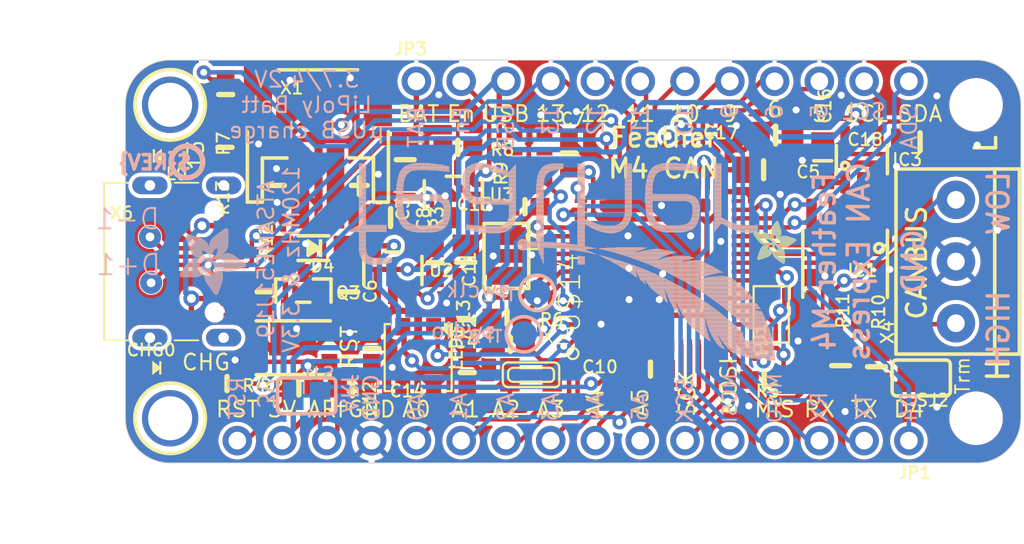
<source format=kicad_pcb>
(kicad_pcb (version 20221018) (generator pcbnew)
  (layers (0 "F.Cu" signal) (31 "B.Cu" signal) (34 "B.Paste" user) (35 "F.Paste" user) (36 "B.SilkS" user "B.Silkscreen") (37 "F.SilkS" user "F.Silkscreen") (38 "B.Mask" user) (39 "F.Mask" user) (44 "Edge.Cuts" user))
  (net 0 "")
  (net 1 "GND")
  (net 2 "MOSI")
  (net 3 "MISO")
  (net 4 "SCK")
  (net 5 "A5")
  (net 6 "A4")
  (net 7 "A3")
  (net 8 "A2")
  (net 9 "A1")
  (net 10 "D11")
  (net 11 "D12")
  (net 12 "+3V3")
  (net 13 "VBUS")
  (net 14 "VBAT")
  (net 15 "N$2")
  (net 16 "AREF")
  (net 17 "D13")
  (net 18 "A0")
  (net 19 "N$1")
  (net 20 "N$3")
  (net 21 "N$4")
  (net 22 "SCL")
  (net 23 "SDA")
  (net 24 "D9")
  (net 25 "D8_NEOPIX")
  (net 26 "D6")
  (net 27 "D5")
  (net 28 "D10")
  (net 29 "D+")
  (net 30 "D-")
  (net 31 "~{RESET}")
  (net 32 "SWCLK")
  (net 33 "SWDIO")
  (net 34 "N$7")
  (net 35 "EN")
  (net 36 "VHI")
  (net 37 "QSPI_DATA[0]")
  (net 38 "QSPI_DATA[1]")
  (net 39 "QSPI_SCK")
  (net 40 "QSPI_CS")
  (net 41 "RX_D0")
  (net 42 "TX_D1")
  (net 43 "V_DIV")
  (net 44 "QSPI_DATA[3]")
  (net 45 "QSPI_DATA[2]")
  (net 46 "VDDCORE1")
  (net 47 "N$11")
  (net 48 "D4")
  (net 49 "CAN1_TX")
  (net 50 "CAN1_RX")
  (net 51 "CAN1_S")
  (net 52 "N$8")
  (net 53 "N$9")
  (net 54 "5.0V")
  (net 55 "CAN_H")
  (net 56 "CAN_L")
  (net 57 "N$13")
  (net 58 "N$6")
  (net 59 "CC1")
  (net 60 "CC2")
  (net 61 "N$10")
  (net 62 "NEO_PWR")
  (net 63 "BOOST_EN")
  (footprint "working:0603-NO" (layer "F.Cu") (at 142.4813 108.3056 90)
    (fp_text reference "C11")
    (fp_text value "1uF")
  )
  (footprint "working:USB_C_CUSB31-CFM2AX-01-X" (layer "F.Cu") (at 125.7046 105.0036 -90)
    (fp_text reference "X6")
    (fp_text value "USB Type C")
  )
  (footprint "working:0805-NO" (layer "F.Cu") (at 142.4178 105.0417 -90)
    (fp_text reference "C13")
    (fp_text value "10uF")
  )
  (footprint "working:0603-NO" (layer "F.Cu") (at 137.0838 109.9312 -90)
    (fp_text reference "C12")
    (fp_text value "1uF")
  )
  (footprint "working:0603-NO" (layer "F.Cu") (at 130.9751 106.7181 90)
    (fp_text reference "R12")
    (fp_text value "5.1K")
  )
  (footprint "working:JSTPH2_BATT" (layer "F.Cu") (at 134.0231 97.1296)
    (fp_text reference "X1")
    (fp_text value "JSTPH")
  )
  (footprint "working:FIDUCIAL_1MM" (layer "F.Cu") (at 169.5033 115.6646 -90)
    (fp_text reference "U$35" hide)
    (fp_text value "FIDUCIAL_1MM" hide)
  )
  (footprint "working:SOT23-5" (layer "F.Cu") (at 141.7066 101.219)
    (fp_text reference "U3")
    (fp_text value "MCP73831T-2ACI/OT")
  )
  (footprint "working:RESPACK_4X0603_NO" (layer "F.Cu") (at 146.0246 99.1616 90)
    (fp_text reference "R9")
    (fp_text value "100K")
  )
  (footprint "working:0805-NO" (layer "F.Cu") (at 135.7776 106.7231 -90)
    (fp_text reference "C6")
    (fp_text value "10µF")
  )
  (footprint "working:0603-NO" (layer "F.Cu") (at 128.8669 111.9251)
    (fp_text reference "R2")
    (fp_text value "10K")
  )
  (footprint "working:0603-NO" (layer "F.Cu") (at 128.7526 98.5266 -90)
    (fp_text reference "R13")
    (fp_text value "5.1K")
  )
  (footprint "working:0805-NO" (layer "F.Cu") (at 159.9946 97.8281 180)
    (fp_text reference "C17")
    (fp_text value "10uF")
  )
  (footprint "working:0603-NO" (layer "F.Cu") (at 145.7706 101.8921 180)
    (fp_text reference "C15")
    (fp_text value "1uF")
  )
  (footprint "working:0603-NO" (layer "F.Cu") (at 128.7907 95.5294 -90)
    (fp_text reference "R7")
    (fp_text value "10K")
  )
  (footprint "working:0603-NO" (layer "F.Cu") (at 141.9606 98.5266)
    (fp_text reference "R8")
    (fp_text value "5.1K")
  )
  (footprint "working:0805-NO" (layer "F.Cu") (at 138.1471 102.5121)
    (fp_text reference "C8")
    (fp_text value "10µF")
  )
  (footprint "working:0603-NO" (layer "F.Cu") (at 135.9789 112.216007)
    (fp_text reference "C14")
    (fp_text value "1uF")
  )
  (footprint "working:XTAL3215" (layer "F.Cu") (at 146.1135 111.4298 180)
    (fp_text reference "X2")
    (fp_text value "32.768")
  )
  (footprint "working:MOUNTINGHOLE_2.5_PLATED" (layer "F.Cu") (at 125.6411 113.8936 -90)
    (fp_text reference "U$32" hide)
    (fp_text value "MOUNTINGHOLE2.5" hide)
  )
  (footprint "working:0603-NO" (layer "F.Cu") (at 159.3469 111.7219 180)
    (fp_text reference "R5")
    (fp_text value "10K")
  )
  (footprint "working:BTN_KMR2_4.6X2.8" (layer "F.Cu") (at 132.6261 109.8931 180)
    (fp_text reference "SW1" hide)
    (fp_text value "KMR2" hide)
  )
  (footprint "working:1X16_ROUND" (layer "F.Cu") (at 148.5011 115.1636 180)
    (fp_text reference "JP1")
    (fp_text value "")
  )
  (footprint "working:ADAFRUIT_2.5MM" (layer "F.Cu") (at 158.7246 105.1306)
    (fp_text reference "U$1" hide)
    (fp_text value "" hide)
  )
  (footprint "" (layer "F.Cu") (at 171.3611 96.1136)
    (fp_text reference "@HOLE0" hide)
    (fp_text value "")
  )
  (footprint "working:CHIPLED_0603_NOOUTLINE" (layer "F.Cu") (at 124.8791 111.0361 -90)
    (fp_text reference "CHG0")
    (fp_text value "ORANGE")
  )
  (footprint "working:FIDUCIAL_1MM" (layer "F.Cu") (at 133.8961 95.9866 -90)
    (fp_text reference "U$34" hide)
    (fp_text value "FIDUCIAL_1MM" hide)
  )
  (footprint "working:0603-NO" (layer "F.Cu") (at 142.494 111.3028 90)
    (fp_text reference "C2")
    (fp_text value "22pF")
  )
  (footprint "working:SOLDERJUMPER_CLOSEDWIRE" (layer "F.Cu") (at 168.2496 111.6076 180)
    (fp_text reference "SJ2")
    (fp_text value "")
  )
  (footprint "working:PQFN64-1" (layer "F.Cu") (at 153.3906 105.3211 90)
    (fp_text reference "U$14")
    (fp_text value "ATSAMD51J")
  )
  (footprint "working:1X12_ROUND" (layer "F.Cu") (at 153.5811 94.7801)
    (fp_text reference "JP3")
    (fp_text value "")
  )
  (footprint "working:_0805MP" (layer "F.Cu") (at 162.6616 99.2886 90)
    (fp_text reference "C16")
    (fp_text value "10uF")
  )
  (footprint "working:USON8" (layer "F.Cu") (at 159.7406 108.0008 90)
    (fp_text reference "U1")
    (fp_text value "2MB Flash")
  )
  (footprint "working:CHIPLED_0603_NOOUTLINE" (layer "F.Cu") (at 124.9206 99.0111 90)
    (fp_text reference "L0")
    (fp_text value "RED")
  )
  (footprint "working:0805-NO" (layer "F.Cu") (at 163.6776 110.9091 90)
    (fp_text reference "R11")
    (fp_text value "60 ohm")
  )
  (footprint "working:SOT23-6" (layer "F.Cu") (at 164.8841 99.2251)
    (fp_text reference "IC3")
    (fp_text value "AP3602")
  )
  (footprint "working:0603-NO" (layer "F.Cu") (at 144.9451 109.7026 180)
    (fp_text reference "C4")
    (fp_text value "22pF")
  )
  (footprint "working:SOT23-R" (layer "F.Cu") (at 133.1976 106.6546)
    (fp_text reference "Q3")
    (fp_text value "DMG341")
  )
  (footprint "working:0603-NO" (layer "F.Cu") (at 152.890306 111.107304 180)
    (fp_text reference "C10")
    (fp_text value "1uF")
  )
  (footprint "working:LED3535" (layer "F.Cu") (at 139.7127 110.4519 -90)
    (fp_text reference "LED1")
    (fp_text value "WS2812B3535")
  )
  (footprint "working:TERMBLOCK_1X3-3.5MM" (layer "F.Cu") (at 170.2181 105.0036 90)
    (fp_text reference "X4")
    (fp_text value "3.5mm")
  )
  (footprint "working:0603-NO" (layer "F.Cu") (at 132.9436 112.1791 180)
    (fp_text reference "R4")
    (fp_text value "10K")
  )
  (footprint "working:0805-NO" (layer "F.Cu") (at 138.9761 99.2251 -90)
    (fp_text reference "C3")
    (fp_text value "10µF")
  )
  (footprint "working:0603-NO" (layer "F.Cu") (at 148.2641 98.8439 90)
    (fp_text reference "C7")
    (fp_text value "1uF")
  )
  (footprint "working:0805-NO" (layer "F.Cu") (at 159.3088 99.7966)
    (fp_text reference "C5")
    (fp_text value "10uF")
  )
  (footprint "working:SOT23-5@1" (layer "F.Cu") (at 138.2776 105.5116)
    (fp_text reference "U2")
    (fp_text value "AP2112-3.3")
  )
  (footprint "working:0805-NO" (layer "F.Cu") (at 165.7096 110.9726 90)
    (fp_text reference "R10")
    (fp_text value "60 ohm")
  )
  (footprint "working:SOIC8_150MIL" (layer "F.Cu") (at 163.9316 105.1306 180)
    (fp_text reference "IC1")
    (fp_text value "TCAN1051HGV")
  )
  (footprint "working:SOD-123" (layer "F.Cu") (at 133.7691 104.2416 180)
    (fp_text reference "D4")
    (fp_text value "MBR540")
  )
  (footprint "working:INDUCTOR_1007" (layer "F.Cu") (at 144.7165 104.6861 -90)
    (fp_text reference "L2")
    (fp_text value "10uH")
  )
  (footprint "working:0603-NO" (layer "F.Cu") (at 144.7546 108.1786)
    (fp_text reference "R6")
    (fp_text value "10K")
  )
  (footprint "" (layer "F.Cu") (at 171.3611 113.8936)
    (fp_text reference "@HOLE1" hide)
    (fp_text value "")
  )
  (footprint "working:MOUNTINGHOLE_2.5_PLATED" (layer "F.Cu") (at 125.6411 96.1136 -90)
    (fp_text reference "U$31" hide)
    (fp_text value "MOUNTINGHOLE2.5" hide)
  )
  (footprint "working:0603-NO" (layer "F.Cu") (at 140.6652 105.0671 90)
    (fp_text reference "R3")
    (fp_text value "10K")
  )
  (footprint "working:0805_10MGAP" (layer "F.Cu") (at 168.1861 98.2091 180)
    (fp_text reference "C18")
    (fp_text value "1uF")
  )
  (footprint "working:B1,27" (layer "B.Cu") (at 124.4981 103.6066 180)
    (fp_text reference "D-1")
    (fp_text value "TPB1,27")
  )
  (footprint "working:ADAFRUIT_3.5MM" (layer "B.Cu") (at 126.1491 103.0986)
    (fp_text reference "U$12" hide)
    (fp_text value "" hide)
  )
  (footprint "working:FEATHERLOGO" (layer "B.Cu") (at 135.6741 99.3521)
    (fp_text reference "U$9" hide)
    (fp_text value "" hide)
  )
  (footprint "working:B1,27" (layer "B.Cu") (at 124.5616 106.2101 180)
    (fp_text reference "D+1")
    (fp_text value "TPB1,27")
  )
  (footprint "working:TESTPOINT_ROUND_1.5MM" (layer "B.Cu") (at 145.7071 109.1311 180)
    (fp_text reference "TP2")
    (fp_text value "")
  )
  (footprint "working:PCBFEAT-REV-040" (layer "B.Cu") (at 126.5936 99.3521 180)
    (fp_text reference "U$13" hide)
    (fp_text value "" hide)
  )
  (footprint "working:SOLDERJUMPER_CLOSEDWIRE" (layer "B.Cu") (at 133.3881 112.6236 180)
    (fp_text reference "SJ1")
    (fp_text value "")
  )
  (footprint "working:TESTPOINT_ROUND_1.5MM" (layer "B.Cu") (at 146.4691 106.7816 180)
    (fp_text reference "TP1")
    (fp_text value "")
  )
  (gr_line (start 173.9011 113.8936) (end 173.9011 96.1136) (stroke (width 0.05)) (layer "Edge.Cuts"))
  (gr_line (start 171.3611 93.5736) (end 125.6411 93.5736) (stroke (width 0.05)) (layer "Edge.Cuts"))
  (gr_arc (start 123.1011 96.1136) (mid 123.845049 94.317549) (end 125.6411 93.5736) (stroke (width 0.05)) (layer "Edge.Cuts"))
  (gr_line (start 123.1011 96.1136) (end 123.1011 113.8936) (stroke (width 0.05)) (layer "Edge.Cuts"))
  (gr_arc (start 173.9011 113.8936) (mid 173.157151 115.689651) (end 171.3611 116.4336) (stroke (width 0.05)) (layer "Edge.Cuts"))
  (gr_line (start 125.6411 116.4336) (end 171.3611 116.4336) (stroke (width 0.05)) (layer "Edge.Cuts"))
  (gr_arc (start 171.3611 93.5736) (mid 173.157151 94.317549) (end 173.9011 96.1136) (stroke (width 0.05)) (layer "Edge.Cuts"))
  (gr_arc (start 125.6411 116.4336) (mid 123.845049 115.689651) (end 123.1011 113.8936) (stroke (width 0.05)) (layer "Edge.Cuts"))
  (gr_text "RX" (at 162.4711 113.2586 -270) (layer "B.SilkS") (effects (font (size 0.89408 0.89408) (thickness 0.12192)) (justify mirror)))
  (gr_text "A4" (at 149.7711 113.2586 -270) (layer "B.SilkS") (effects (font (size 0.89408 0.89408) (thickness 0.12192)) (justify mirror)))
  (gr_text "6" (at 159.9311 96.4946 -270) (layer "B.SilkS") (effects (font (size 0.89408 0.89408) (thickness 0.12192)) (justify mirror)))
  (gr_text "D4" (at 167.5511 113.2586 -270) (layer "B.SilkS") (effects (font (size 0.89408 0.89408) (thickness 0.12192)) (justify mirror)))
  (gr_text "9" (at 157.3911 96.4946 -270) (layer "B.SilkS") (effects (font (size 0.89408 0.89408) (thickness 0.12192)) (justify mirror)))
  (gr_text "RST" (at 129.4511 112.7506 -270) (layer "B.SilkS") (effects (font (size 0.89408 0.89408) (thickness 0.12192)) (justify mirror)))
  (gr_text "13" (at 147.2311 97.0026 -270) (layer "B.SilkS") (effects (font (size 0.89408 0.89408) (thickness 0.12192)) (justify mirror)))
  (gr_text "A0" (at 139.6111 113.2586 -270) (layer "B.SilkS") (effects (font (size 0.89408 0.89408) (thickness 0.12192)) (justify mirror)))
  (gr_text "Feather M4\nCAN Express" (at 163.7411 105.0036 -270) (layer "B.SilkS") (effects (font (size 1.20142 1.20142) (thickness 0.19558)) (justify mirror)))
  (gr_text "TX" (at 165.0111 113.2586 -270) (layer "B.SilkS") (effects (font (size 0.89408 0.89408) (thickness 0.12192)) (justify mirror)))
  (gr_text "LOW" (at 172.6311 101.7016 -270) (layer "B.SilkS") (effects (font (size 1.20142 1.20142) (thickness 0.19558)) (justify mirror)))
  (gr_text "USB" (at 144.6911 97.3836 -270) (layer "B.SilkS") (effects (font (size 0.89408 0.89408) (thickness 0.12192)) (justify mirror)))
  (gr_text "MISO" (at 159.9311 112.7506 -270) (layer "B.SilkS") (effects (font (size 0.78232 0.78232) (thickness 0.10668)) (justify mirror)))
  (gr_text "A3" (at 147.2311 113.2586 -270) (layer "B.SilkS") (effects (font (size 0.89408 0.89408) (thickness 0.12192)) (justify mirror)))
  (gr_text "A2" (at 144.6911 113.2586 -270) (layer "B.SilkS") (effects (font (size 0.89408 0.89408) (thickness 0.12192)) (justify mirror)))
  (gr_text "HIGH" (at 172.6311 108.8136 -270) (layer "B.SilkS") (effects (font (size 1.20142 1.20142) (thickness 0.19558)) (justify mirror)))
  (gr_text "A5" (at 152.3111 113.2586 -270) (layer "B.SilkS") (effects (font (size 0.89408 0.89408) (thickness 0.12192)) (justify mirror)))
  (gr_text "ATSAME51J19\n120MHz & 3.3V" (at 131.8006 104.8766 -270) (layer "B.SilkS") (effects (font (size 0.89408 0.89408) (thickness 0.12192)) (justify mirror)))
  (gr_text "GND" (at 167.8051 105.0036 -270) (layer "B.SilkS") (effects (font (size 1.20142 1.20142) (thickness 0.19558)) (justify mirror)))
  (gr_text "SDA" (at 167.5511 97.3836 -270) (layer "B.SilkS") (effects (font (size 0.89408 0.89408) (thickness 0.12192)) (justify mirror)))
  (gr_text "En" (at 142.1511 97.0026 -270) (layer "B.SilkS") (effects (font (size 0.89408 0.89408) (thickness 0.12192)) (justify mirror)))
  (gr_text "SCK" (at 154.8511 112.8776 -270) (layer "B.SilkS") (effects (font (size 0.89408 0.89408) (thickness 0.12192)) (justify mirror)))
  (gr_text "5" (at 162.4711 96.4946 -270) (layer "B.SilkS") (effects (font (size 0.89408 0.89408) (thickness 0.12192)) (justify mirror)))
  (gr_text "BAT" (at 139.6111 97.3836 -270) (layer "B.SilkS") (effects (font (size 0.89408 0.89408) (thickness 0.12192)) (justify mirror)))
  (gr_text "3.7/4.2V\nLiPoly Batt\nµUSB charge" (at 133.3881 96.1136) (layer "B.SilkS") (effects (font (size 0.89408 0.89408) (thickness 0.12192)) (justify mirror)))
  (gr_text "12" (at 149.7711 97.0026 -270) (layer "B.SilkS") (effects (font (size 0.89408 0.89408) (thickness 0.12192)) (justify mirror)))
  (gr_text "SCL" (at 165.0111 96.4946) (layer "B.SilkS") (effects (font (size 0.89408 0.89408) (thickness 0.12192)) (justify mirror)))
  (gr_text "11" (at 152.3111 97.0026 -270) (layer "B.SilkS") (effects (font (size 0.89408 0.89408) (thickness 0.12192)) (justify mirror)))
  (gr_text "swdio" (at 142.2781 108.9406) (layer "B.SilkS") (effects (font (size 0.89408 0.89408) (thickness 0.12192)) (justify mirror)))
  (gr_text "GND" (at 137.0711 112.7506 -270) (layer "B.SilkS") (effects (font (size 0.89408 0.89408) (thickness 0.12192)) (justify mirror)))
  (gr_text "10" (at 154.8511 97.0026 -270) (layer "B.SilkS") (effects (font (size 0.89408 0.89408) (thickness 0.12192)) (justify mirror)))
  (gr_text "swclk" (at 143.1036 106.5911) (layer "B.SilkS") (effects (font (size 0.89408 0.89408) (thickness 0.12192)) (justify mirror)))
  (gr_text "A1" (at 142.0241 113.2586 -270) (layer "B.SilkS") (effects (font (size 0.89408 0.89408) (thickness 0.12192)) (justify mirror)))
  (gr_text "3V" (at 131.0386 112.4966 -90) (layer "B.SilkS") (effects (font (size 0.89408 0.89408) (thickness 0.12192)) (justify mirror)))
  (gr_text "MOSI" (at 157.3911 112.7506 -270) (layer "B.SilkS") (effects (font (size 0.78232 0.78232) (thickness 0.10668)) (justify mirror)))
  (gr_text "ARf" (at 135.8011 112.4966 -90) (layer "B.SilkS") (effects (font (size 0.89408 0.89408) (thickness 0.12192)) (justify mirror)))
  (gr_text "H" (at 173.3296 111.9251 90) (layer "F.SilkS") (effects (font (size 1.223264 1.223264) (thickness 0.199136)) (justify left bottom)))
  (gr_text "A1" (at 142.4051 113.3856) (layer "F.SilkS") (effects (font (size 0.89408 0.89408) (thickness 0.12192))))
  (gr_text "12" (at 149.7711 96.6216) (layer "F.SilkS") (effects (font (size 0.89408 0.89408) (thickness 0.12192))))
  (gr_text "RST" (at 129.4511 113.3856) (layer "F.SilkS") (effects (font (size 0.89408 0.89408) (thickness 0.12192))))
  (gr_text "CHG" (at 127.6731 110.7186) (layer "F.SilkS") (effects (font (size 0.89408 0.89408) (thickness 0.12192))))
  (gr_text "SCK" (at 154.9781 112.4966 90) (layer "F.SilkS") (effects (font (size 0.89408 0.89408) (thickness 0.12192))))
  (gr_text "BAT" (at 139.7381 96.6216) (layer "F.SilkS") (effects (font (size 0.89408 0.89408) (thickness 0.12192))))
  (gr_text "11" (at 152.3111 96.6216) (layer "F.SilkS") (effects (font (size 0.89408 0.89408) (thickness 0.12192))))
  (gr_text "D4" (at 167.5511 113.3856) (layer "F.SilkS") (effects (font (size 0.89408 0.89408) (thickness 0.12192))))
  (gr_text "A2" (at 144.6911 113.3856) (layer "F.SilkS") (effects (font (size 0.89408 0.89408) (thickness 0.12192))))
  (gr_text "A4" (at 149.7711 113.0046 90) (layer "F.SilkS") (effects (font (size 0.89408 0.89408) (thickness 0.12192))))
  (gr_text "10" (at 154.8511 96.6216) (layer "F.SilkS") (effects (font (size 0.89408 0.89408) (thickness 0.12192))))
  (gr_text "A0" (at 139.6111 113.3856) (layer "F.SilkS") (effects (font (size 0.89408 0.89408) (thickness 0.12192))))
  (gr_text "13" (at 147.2311 96.6216) (layer "F.SilkS") (effects (font (size 0.89408 0.89408) (thickness 0.12192))))
  (gr_text "ARf" (at 134.5311 113.3856) (layer "F.SilkS") (effects (font (size 0.89408 0.89408) (thickness 0.12192))))
  (gr_text "A3" (at 147.2311 113.3856) (layer "F.SilkS") (effects (font (size 0.89408 0.89408) (thickness 0.12192))))
  (gr_text "SDA" (at 168.1861 96.6216) (layer "F.SilkS") (effects (font (size 0.89408 0.89408) (thickness 0.12192))))
  (gr_text "3V" (at 131.9911 113.3856) (layer "F.SilkS") (effects (font (size 0.89408 0.89408) (thickness 0.12192))))
  (gr_text "A5" (at 152.3111 113.0046 90) (layer "F.SilkS") (effects (font (size 0.89408 0.89408) (thickness 0.12192))))
  (gr_text "CANBUS" (at 167.9956 105.0671 90) (layer "F.SilkS") (effects (font (size 1.0922 1.0922) (thickness 0.1778))))
  (gr_text "RST" (at 135.8011 109.855 90) (layer "F.SilkS") (effects (font (size 0.89408 0.89408) (thickness 0.12192))))
  (gr_text "L" (at 172.6311 98.9711 90) (layer "F.SilkS") (effects (font (size 1.223264 1.223264) (thickness 0.199136)) (justify left bottom)))
  (gr_text "5" (at 162.4711 96.6216) (layer "F.SilkS") (effects (font (size 0.89408 0.89408) (thickness 0.12192))))
  (gr_text "GND" (at 137.0711 113.3856) (layer "F.SilkS") (effects (font (size 0.89408 0.89408) (thickness 0.12192))))
  (gr_text "RX" (at 162.4711 113.3856) (layer "F.SilkS") (effects (font (size 0.89408 0.89408) (thickness 0.12192))))
  (gr_text "MIS" (at 159.9311 113.3856) (layer "F.SilkS") (effects (font (size 0.89408 0.89408) (thickness 0.12192))))
  (gr_text "USB" (at 144.6911 96.6216) (layer "F.SilkS") (effects (font (size 0.89408 0.89408) (thickness 0.12192))))
  (gr_text "TX" (at 165.0111 113.3856) (layer "F.SilkS") (effects (font (size 0.89408 0.89408) (thickness 0.12192))))
  (gr_text "13" (at 127.1016 98.9711 90) (layer "F.SilkS") (effects (font (size 0.89408 0.89408) (thickness 0.12192))))
  (gr_text "Trm" (at 170.5991 111.4806 90) (layer "F.SilkS") (effects (font (size 0.78232 0.78232) (thickness 0.10668))))
  (gr_text "Feather\nM4 CAN" (at 153.6446 98.8441) (layer "F.SilkS") (effects (font (size 1.0922 1.0922) (thickness 0.1778))))
  (gr_text "SCL" (at 165.1381 96.6216) (layer "F.SilkS") (effects (font (size 0.89408 0.89408) (thickness 0.12192))))
  (gr_text "MOSI" (at 157.3276 112.0521 90) (layer "F.SilkS") (effects (font (size 0.89408 0.89408) (thickness 0.12192))))
  (gr_text "9" (at 157.3911 96.6216) (layer "F.SilkS") (effects (font (size 0.89408 0.89408) (thickness 0.12192))))
  (gr_text "En" (at 142.1511 96.6216) (layer "F.SilkS") (effects (font (size 0.89408 0.89408) (thickness 0.12192))))
  (gr_text "6" (at 159.9311 96.3676) (layer "F.SilkS") (effects (font (size 0.89408 0.89408) (thickness 0.12192))))
  (segment (start 147.1676 104.0765) (end 149.987 104.0765) (width 0.254) (layer "F.Cu") (net 1))
  (segment (start 138.0871 107.8277) (end 135.898 107.8277) (width 0.3048) (layer "F.Cu") (net 1))
  (segment (start 157.1486 102.068982) (end 157.1486 102.3366) (width 0.254) (layer "F.Cu") (net 1))
  (segment (start 143.7132 104.6861) (end 143.1798 105.2195) (width 0.3048) (layer "F.Cu") (net 1))
  (segment (start 157.1406 100.8711) (end 157.3055 101.036) (width 0.2032) (layer "F.Cu") (net 1))
  (segment (start 130.4136 108.9306) (end 130.3501 108.9941) (width 0.3048) (layer "F.Cu") (net 1))
  (segment (start 135.8265 109.0422) (end 135.8265 107.8992) (width 0.3048) (layer "F.Cu") (net 1))
  (segment (start 159.895006 101.1936) (end 160.2486 101.1936) (width 0.3048) (layer "F.Cu") (net 1))
  (segment (start 164.8841 100.5251) (end 164.8841 101.5111) (width 0.3048) (layer "F.Cu") (net 1))
  (segment (start 159.0446 98.2726) (end 159.0446 97.8281) (width 0.3048) (layer "F.Cu") (net 1))
  (segment (start 142.4178 105.9917) (end 142.4178 107.3921) (width 0.3048) (layer "F.Cu") (net 1))
  (segment (start 130.9751 107.5681) (end 130.9751 108.3691) (width 0.3048) (layer "F.Cu") (net 1))
  (segment (start 152.6406 110.50701) (end 152.040306 111.107304) (width 0.254) (layer "F.Cu") (net 1))
  (segment (start 130.4136 108.9306) (end 130.5761 109.0931) (width 0.3048) (layer "F.Cu") (net 1))
  (segment (start 130.9751 108.3691) (end 130.4136 108.9306) (width 0.3048) (layer "F.Cu") (net 1))
  (segment (start 146.069 100.833894) (end 146.069 99.6696) (width 0.3048) (layer "F.Cu") (net 1))
  (segment (start 164.8841 101.5111) (end 164.5666 101.8286) (width 0.3048) (layer "F.Cu") (net 1))
  (segment (start 150.5966 104.6861) (end 150.5966 105.1941) (width 0.254) (layer "F.Cu") (net 1))
  (segment (start 146.069 99.6696) (end 145.961 99.5616) (width 0.3048) (layer "F.Cu") (net 1))
  (segment (start 146.194903 100.959797) (end 146.069 100.833894) (width 0.3048) (layer "F.Cu") (net 1))
  (segment (start 145.961 99.5616) (end 145.1746 99.5616) (width 0.3048) (layer "F.Cu") (net 1))
  (segment (start 143.0519 110.4528) (end 143.8021 109.7026) (width 0.3048) (layer "F.Cu") (net 1))
  (segment (start 150.5966 105.1941) (end 150.7871 105.3846) (width 0.254) (layer "F.Cu") (net 1))
  (segment (start 149.987 104.0765) (end 150.5966 104.6861) (width 0.254) (layer "F.Cu") (net 1))
  (segment (start 143.1798 105.2195) (end 143.1798 105.4075) (width 0.3048) (layer "F.Cu") (net 1))
  (segment (start 160.2588 99.4868) (end 159.0446 98.2726) (width 0.3048) (layer "F.Cu") (net 1))
  (segment (start 138.2776 106.8117) (end 138.2776 107.6372) (width 0.3048) (layer "F.Cu") (net 1))
  (segment (start 164.5666 101.8286) (end 164.5666 102.5306) (width 0.3048) (layer "F.Cu") (net 1))
  (segment (start 143.1798 105.4075) (end 142.5956 105.9917) (width 0.3048) (layer "F.Cu") (net 1))
  (segment (start 130.5761 109.0931) (end 130.5761 109.2959) (width 0.3048) (layer "F.Cu") (net 1))
  (segment (start 130.5761 109.2959) (end 129.9591 109.9129) (width 0.3048) (layer "F.Cu") (net 1))
  (segment (start 143.9672 104.6861) (end 143.7132 104.6861) (width 0.3048) (layer "F.Cu") (net 1))
  (segment (start 143.8021 109.7026) (end 144.0951 109.7026) (width 0.3048) (layer "F.Cu") (net 1))
  (segment (start 159.737406 101.036) (end 157.3055 101.036) (width 0.3048) (layer "F.Cu") (net 1))
  (segment (start 142.494 110.4528) (end 143.0519 110.4528) (width 0.3048) (layer "F.Cu") (net 1))
  (segment (start 142.5956 105.9917) (end 142.4178 105.9917) (width 0.3048) (layer "F.Cu") (net 1))
  (segment (start 145.854296 100.959797) (end 146.194903 100.959797) (width 0.3048) (layer "F.Cu") (net 1))
  (segment (start 142.4813 107.4556) (end 142.4178 107.3921) (width 0.3048) (layer "F.Cu") (net 1))
  (segment (start 157.1406 102.060982) (end 157.1486 102.068982) (width 0.254) (layer "F.Cu") (net 1))
  (segment (start 129.5596 108.2036) (end 130.3501 108.9941) (width 0.3048) (layer "F.Cu") (net 1))
  (segment (start 129.2496 108.2036) (end 129.5596 108.2036) (width 0.3048) (layer "F.Cu") (net 1))
  (segment (start 157.1406 100.8711) (end 157.1406 102.060982) (width 0.254) (layer "F.Cu") (net 1))
  (segment (start 146.1516 104.6226) (end 146.6215 104.6226) (width 0.254) (layer "F.Cu") (net 1))
  (segment (start 138.2776 107.6372) (end 138.0871 107.8277) (width 0.3048) (layer "F.Cu") (net 1))
  (segment (start 135.898 107.8277) (end 135.8265 107.8992) (width 0.3048) (layer "F.Cu") (net 1))
  (segment (start 160.2588 99.7966) (end 160.2588 99.4868) (width 0.3048) (layer "F.Cu") (net 1))
  (segment (start 145.771893 101.0422) (end 145.854296 100.959797) (width 0.3048) (layer "F.Cu") (net 1))
  (segment (start 144.9206 101.8921) (end 145.7705 101.0422) (width 0.3048) (layer "F.Cu") (net 1))
  (segment (start 152.6406 109.7711) (end 152.6406 110.50701) (width 0.254) (layer "F.Cu") (net 1))
  (segment (start 159.737406 101.036) (end 159.895006 101.1936) (width 0.3048) (layer "F.Cu") (net 1))
  (segment (start 146.6215 104.6226) (end 147.1676 104.0765) (width 0.254) (layer "F.Cu") (net 1))
  (segment (start 145.7705 101.0422) (end 145.771893 101.0422) (width 0.3048) (layer "F.Cu") (net 1))
  (segment (start 150.7871 105.3846) (end 151.6761 105.3846) (width 0.254) (layer "F.Cu") (net 1))
  (via (at 131.7117 101.6508) (size 0.8001) (drill 0.3937) (layers "F.Cu" "B.Cu") (net 1))
  (via (at 151.6761 107.1626) (size 0.8064) (drill 0.4) (layers "F.Cu" "B.Cu") (net 1))
  (via (at 153.3906 107.1626) (size 0.8064) (drill 0.4) (layers "F.Cu" "B.Cu") (net 1))
  (via (at 151.6126 103.5431) (size 0.8064) (drill 0.4) (layers "F.Cu" "B.Cu") (net 1))
  (via (at 172.5676 103.2256) (size 0.8064) (drill 0.4) (layers "F.Cu" "B.Cu") (net 1))
  (via (at 155.1686 103.5431) (size 0.8064) (drill 0.4) (layers "F.Cu" "B.Cu") (net 1))
  (via (at 153.5176 101.8286) (size 0.8064) (drill 0.4) (layers "F.Cu" "B.Cu") (net 1))
  (via (at 140.8811 95.5421) (size 0.8001) (drill 0.3937) (layers "F.Cu" "B.Cu") (net 1))
  (via (at 138.2395 111.0107) (size 0.8001) (drill 0.3937) (layers "F.Cu" "B.Cu") (net 1))
  (via (at 131.6736 99.7331) (size 0.8001) (drill 0.3937) (layers "F.Cu" "B.Cu") (net 1))
  (via (at 133.3246 103.9876) (size 0.8001) (drill 0.3937) (layers "F.Cu" "B.Cu") (net 1))
  (via (at 146.1516 104.6226) (size 0.8064) (drill 0.4) (layers "F.Cu" "B.Cu") (net 1))
  (via (at 146.6596 96.6851) (size 0.8001) (drill 0.3937) (layers "F.Cu" "B.Cu") (net 1))
  (via (at 135.8646 94.5896) (size 0.8001) (drill 0.3937) (layers "F.Cu" "B.Cu") (net 1))
  (via (at 161.5059 99.2632) (size 0.8064) (drill 0.4) (layers "F.Cu" "B.Cu") (net 1))
  (via (at 150.0886 108.5596) (size 0.8064) (drill 0.4) (layers "F.Cu" "B.Cu") (net 1))
  (via (at 129.3241 110.5916) (size 0.8001) (drill 0.3937) (layers "F.Cu" "B.Cu") (net 1))
  (via (at 130.6576 98.3361) (size 0.8001) (drill 0.3937) (layers "F.Cu" "B.Cu") (net 1))
  (via (at 148.6916 96.4946) (size 0.8064) (drill 0.4) (layers "F.Cu" "B.Cu") (net 1))
  (via (at 156.8831 103.8606) (size 0.8064) (drill 0.4) (layers "F.Cu" "B.Cu") (net 1))
  (via (at 143.7513 101.9556) (size 0.8001) (drill 0.3937) (layers "F.Cu" "B.Cu") (net 1))
  (via (at 163.7157 95.5675) (size 0.8064) (drill 0.4) (layers "F.Cu" "B.Cu") (net 1))
  (via (at 137.4521 100.0506) (size 0.8001) (drill 0.3937) (layers "F.Cu" "B.Cu") (net 1))
  (via (at 143.9672 104.6861) (size 0.8064) (drill 0.4) (layers "F.Cu" "B.Cu") (net 1))
  (via (at 166.4716 105.4481) (size 0.8064) (drill 0.4) (layers "F.Cu" "B.Cu") (net 1))
  (via (at 132.4356 94.7166) (size 0.8001) (drill 0.3937) (layers "F.Cu" "B.Cu") (net 1))
  (via (at 160.2486 101.1936) (size 0.8064) (drill 0.4) (layers "F.Cu" "B.Cu") (net 1))
  (via (at 157.7594 97.2947) (size 0.8064) (drill 0.4) (layers "F.Cu" "B.Cu") (net 1))
  (via (at 151.6761 105.3846) (size 0.8064) (drill 0.4) (layers "F.Cu" "B.Cu") (net 1))
  (via (at 153.5811 105.7021) (size 0.8064) (drill 0.4) (layers "F.Cu" "B.Cu") (net 1))
  (via (at 163.9316 113.5126) (size 0.8064) (drill 0.4) (layers "F.Cu" "B.Cu") (net 1))
  (via (at 169.1386 113.2586) (size 0.8064) (drill 0.4) (layers "F.Cu" "B.Cu") (net 1))
  (via (at 169.1386 95.6056) (size 0.8064) (drill 0.4) (layers "F.Cu" "B.Cu") (net 1))
  (via (at 166.8526 99.6061) (size 0.8064) (drill 0.4) (layers "F.Cu" "B.Cu") (net 1))
  (via (at 158.4706 113.1951) (size 0.8064) (drill 0.4) (layers "F.Cu" "B.Cu") (net 1))
  (via (at 141.3256 107.3531) (size 0.8001) (drill 0.3937) (layers "F.Cu" "B.Cu") (net 1))
  (via (at 132.8166 108.8136) (size 0.8001) (drill 0.3937) (layers "F.Cu" "B.Cu") (net 1))
  (via (at 162.7886 105.8291) (size 0.8064) (drill 0.4) (layers "F.Cu" "B.Cu") (net 1))
  (via (at 141.2494 101.2698) (size 0.8001) (drill 0.3937) (layers "F.Cu" "B.Cu") (net 1))
  (via (at 135.8265 109.0422) (size 0.8001) (drill 0.3937) (layers "F.Cu" "B.Cu") (net 1))
  (via (at 161.2646 109.5121) (size 0.8064) (drill 0.4) (layers "F.Cu" "B.Cu") (net 1))
  (via (at 161.1503 96.4057) (size 0.8064) (drill 0.4) (layers "F.Cu" "B.Cu") (net 1))
  (via (at 171.4246 98.3996) (size 0.8064) (drill 0.4) (layers "F.Cu" "B.Cu") (net 1))
  (segment (start 147.946521 102.346016) (end 148.238709 102.346016) (width 0.254) (layer "F.Cu") (net 2))
  (segment (start 148.513625 102.0711) (end 148.9406 102.0711) (width 0.254) (layer "F.Cu") (net 2))
  (segment (start 148.238709 102.346016) (end 148.513625 102.0711) (width 0.254) (layer "F.Cu") (net 2))
  (via (at 147.946521 102.346016) (size 0.8064) (drill 0.4) (layers "F.Cu" "B.Cu") (net 2))
  (segment (start 154.597112 112.161744) (end 154.62885 112.193482) (width 0.254) (layer "B.Cu") (net 2))
  (segment (start 154.597112 104.940116) (end 154.597112 112.161744) (width 0.254) (layer "B.Cu") (net 2))
  (segment (start 152.003015 102.346016) (end 154.597096 104.9401) (width 0.254) (layer "B.Cu") (net 2))
  (segment (start 157.3911 114.9731) (end 154.62885 112.21085) (width 0.254) (layer "B.Cu") (net 2))
  (segment (start 154.597096 104.9401) (end 154.597112 104.940116) (width 0.254) (layer "B.Cu") (net 2))
  (segment (start 154.62885 112.193482) (end 154.62885 112.21085) (width 0.254) (layer "B.Cu") (net 2))
  (segment (start 147.946521 102.346016) (end 152.003015 102.346016) (width 0.254) (layer "B.Cu") (net 2))
  (segment (start 157.3911 114.9731) (end 157.3911 115.1636) (width 0.254) (layer "B.Cu") (net 2))
  (segment (start 148.9406 101.5711) (end 148.7551 101.3856) (width 0.254) (layer "F.Cu") (net 3))
  (segment (start 148.7551 101.3856) (end 148.7551 100.8378) (width 0.254) (layer "F.Cu") (net 3))
  (via (at 148.7551 100.8378) (size 0.8064) (drill 0.4) (layers "F.Cu" "B.Cu") (net 3))
  (segment (start 152.202918 101.86341) (end 155.079709 104.740197) (width 0.254) (layer "B.Cu") (net 3))
  (segment (start 159.043468 115.1636) (end 159.9311 115.1636) (width 0.254) (layer "B.Cu") (net 3))
  (segment (start 155.079709 111.961844) (end 157.113065 113.9952) (width 0.254) (layer "B.Cu") (net 3))
  (segment (start 148.7551 101.4728) (end 149.145709 101.86341) (width 0.254) (layer "B.Cu") (net 3))
  (segment (start 155.079709 104.740197) (end 155.079709 111.961844) (width 0.254) (layer "B.Cu") (net 3))
  (segment (start 148.7551 100.8378) (end 148.7551 101.4728) (width 0.254) (layer "B.Cu") (net 3))
  (segment (start 149.145709 101.86341) (end 152.202918 101.86341) (width 0.254) (layer "B.Cu") (net 3))
  (segment (start 157.875068 113.9952) (end 159.043468 115.1636) (width 0.254) (layer "B.Cu") (net 3))
  (segment (start 157.113065 113.9952) (end 157.875068 113.9952) (width 0.254) (layer "B.Cu") (net 3))
  (segment (start 155.6406 99.649) (end 155.9375 99.3521) (width 0.254) (layer "F.Cu") (net 4))
  (segment (start 155.6406 100.8711) (end 155.6406 99.649) (width 0.254) (layer "F.Cu") (net 4))
  (segment (start 154.8511 115.1636) (end 154.9146 115.1636) (width 0.254) (layer "F.Cu") (net 4))
  (segment (start 157.1356 112.9426) (end 154.9146 115.1636) (width 0.254) (layer "F.Cu") (net 4))
  (segment (start 157.1356 112.9426) (end 157.2736 112.9426) (width 0.254) (layer "F.Cu") (net 4))
  (via (at 155.9375 99.3521) (size 0.8064) (drill 0.4) (layers "F.Cu" "B.Cu") (net 4))
  (via (at 157.2736 112.9426) (size 0.8064) (drill 0.4) (layers "F.Cu" "B.Cu") (net 4))
  (segment (start 156.105106 99.519707) (end 156.105106 104.257594) (width 0.254) (layer "B.Cu") (net 4))
  (segment (start 155.562312 104.800388) (end 155.562312 111.231313) (width 0.254) (layer "B.Cu") (net 4))
  (segment (start 155.562312 111.231313) (end 157.2736 112.9426) (width 0.254) (layer "B.Cu") (net 4))
  (segment (start 155.9375 99.3521) (end 156.105106 99.519707) (width 0.254) (layer "B.Cu") (net 4))
  (segment (start 156.105106 104.257594) (end 155.562312 104.800388) (width 0.254) (layer "B.Cu") (net 4))
  (segment (start 156.6406 112.568482) (end 155.214181 113.9949) (width 0.254) (layer "F.Cu") (net 5))
  (segment (start 152.3111 114.6934) (end 152.3111 115.1636) (width 0.254) (layer "F.Cu") (net 5))
  (segment (start 156.6406 109.7711) (end 156.6406 112.568482) (width 0.254) (layer "F.Cu") (net 5))
  (segment (start 155.214181 113.9949) (end 153.0096 113.9949) (width 0.254) (layer "F.Cu") (net 5))
  (segment (start 153.0096 113.9949) (end 152.3111 114.6934) (width 0.254) (layer "F.Cu") (net 5))
  (segment (start 155.6406 112.139982) (end 154.814381 112.9662) (width 0.254) (layer "F.Cu") (net 6))
  (segment (start 154.814381 112.9662) (end 151.252212 112.9662) (width 0.254) (layer "F.Cu") (net 6))
  (segment (start 155.6406 109.7711) (end 155.6406 112.139982) (width 0.254) (layer "F.Cu") (net 6))
  (segment (start 149.98535 114.94935) (end 149.7711 115.1636) (width 0.254) (layer "F.Cu") (net 6))
  (segment (start 151.252212 112.9662) (end 149.98535 114.233063) (width 0.254) (layer "F.Cu") (net 6))
  (segment (start 149.98535 114.233063) (end 149.98535 114.94935) (width 0.254) (layer "F.Cu") (net 6))
  (segment (start 150.798731 112.4836) (end 154.614481 112.4836) (width 0.254) (layer "F.Cu") (net 7))
  (segment (start 147.9931 114.4016) (end 148.880731 114.4016) (width 0.254) (layer "F.Cu") (net 7))
  (segment (start 155.1406 109.7711) (end 155.1406 111.957482) (width 0.254) (layer "F.Cu") (net 7))
  (segment (start 154.614481 112.4836) (end 155.1406 111.957482) (width 0.254) (layer "F.Cu") (net 7))
  (segment (start 148.880731 114.4016) (end 150.798731 112.4836) (width 0.254) (layer "F.Cu") (net 7))
  (segment (start 147.2311 115.1636) (end 147.9931 114.4016) (width 0.254) (layer "F.Cu") (net 7))
  (segment (start 154.6406 109.7711) (end 154.6406 111.774982) (width 0.254) (layer "F.Cu") (net 8))
  (segment (start 145.5166 115.1636) (end 144.6911 115.1636) (width 0.254) (layer "F.Cu") (net 8))
  (segment (start 146.7866 113.8936) (end 145.5166 115.1636) (width 0.254) (layer "F.Cu") (net 8))
  (segment (start 154.414581 112.001) (end 150.598831 112.001) (width 0.254) (layer "F.Cu") (net 8))
  (segment (start 150.598831 112.001) (end 148.706231 113.8936) (width 0.254) (layer "F.Cu") (net 8))
  (segment (start 148.706231 113.8936) (end 146.7866 113.8936) (width 0.254) (layer "F.Cu") (net 8))
  (segment (start 154.6406 111.774982) (end 154.414581 112.001) (width 0.254) (layer "F.Cu") (net 8))
  (segment (start 151.5329 113.5123) (end 151.1332 113.912) (width 0.254) (layer "F.Cu") (net 9))
  (segment (start 151.1332 113.912) (end 151.1332 114.124188) (width 0.254) (layer "F.Cu") (net 9))
  (segment (start 155.014281 113.5123) (end 151.5329 113.5123) (width 0.254) (layer "F.Cu") (net 9))
  (segment (start 156.1406 109.7711) (end 156.1406 112.385982) (width 0.254) (layer "F.Cu") (net 9))
  (segment (start 156.1406 112.385982) (end 155.014281 113.5123) (width 0.254) (layer "F.Cu") (net 9))
  (via (at 151.1332 114.124188) (size 0.8064) (drill 0.4) (layers "F.Cu" "B.Cu") (net 9))
  (segment (start 142.5321 115.1636) (end 143.8656 113.8301) (width 0.254) (layer "B.Cu") (net 9))
  (segment (start 150.839112 113.8301) (end 151.1332 114.124188) (width 0.254) (layer "B.Cu") (net 9))
  (segment (start 143.8656 113.8301) (end 150.839112 113.8301) (width 0.254) (layer "B.Cu") (net 9))
  (segment (start 142.5321 115.1636) (end 142.1511 115.1636) (width 0.254) (layer "B.Cu") (net 9))
  (segment (start 152.4381 94.7801) (end 152.6406 94.9826) (width 0.3048) (layer "F.Cu") (net 10))
  (segment (start 152.3111 94.7801) (end 152.4381 94.7801) (width 0.3048) (layer "F.Cu") (net 10))
  (segment (start 152.6406 94.9826) (end 152.6406 100.8711) (width 0.254) (layer "F.Cu") (net 10))
  (segment (start 150.6441 94.7801) (end 149.7711 94.7801) (width 0.254) (layer "F.Cu") (net 11))
  (segment (start 152.1406 96.2766) (end 150.6441 94.7801) (width 0.254) (layer "F.Cu") (net 11))
  (segment (start 152.1406 100.8711) (end 152.1406 96.2766) (width 0.254) (layer "F.Cu") (net 11))
  (segment (start 137.3276 104.2115) (end 137.4245 104.1146) (width 0.3048) (layer "F.Cu") (net 12))
  (segment (start 152.9461 108.0516) (end 153.148606 108.254107) (width 0.3048) (layer "F.Cu") (net 12))
  (segment (start 153.1406 110.507597) (end 153.740306 111.107304) (width 0.254) (layer "F.Cu") (net 12))
  (segment (start 133.7936 112.1791) (end 133.7936 113.3611) (width 0.3048) (layer "F.Cu") (net 12))
  (segment (start 161.1376 112.7506) (end 159.3596 112.7506) (width 0.3048) (layer "F.Cu") (net 12))
  (segment (start 148.2641 99.6939) (end 148.4938 99.9236) (width 0.3048) (layer "F.Cu") (net 12))
  (segment (start 158.4969 111.2393) (end 158.4969 111.7219) (width 0.3048) (layer "F.Cu") (net 12))
  (segment (start 158.5554 106.8008) (end 158.2851 107.0711) (width 0.254) (layer "F.Cu") (net 12))
  (segment (start 156.0962 107.378) (end 156.0962 107.818394) (width 0.3048) (layer "F.Cu") (net 12))
  (segment (start 149.6462 102.2117) (end 150.0251 102.5906) (width 0.3048) (layer "F.Cu") (net 12))
  (segment (start 158.4969 111.8879) (end 158.4969 111.7219) (width 0.3048) (layer "F.Cu") (net 12))
  (segment (start 158.3588 99.7966) (end 157.2641 99.7966) (width 0.3048) (layer "F.Cu") (net 12))
  (segment (start 156.4031 107.0711) (end 156.0962 107.378) (width 0.3048) (layer "F.Cu") (net 12))
  (segment (start 137.1971 104.081) (end 137.1971 102.5121) (width 0.3048) (layer "F.Cu") (net 12))
  (segment (start 155.862993 108.0516) (end 152.9461 108.0516) (width 0.3048) (layer "F.Cu") (net 12))
  (segment (start 133.7936 113.3611) (end 131.9911 115.1636) (width 0.3048) (layer "F.Cu") (net 12))
  (segment (start 137.3276 104.2115) (end 137.1971 104.081) (width 0.3048) (layer "F.Cu") (net 12))
  (segment (start 158.2851 107.0711) (end 157.8406 107.0711) (width 0.254) (layer "F.Cu") (net 12))
  (segment (start 155.86299 102.5906) (end 156.0962 102.823807) (width 0.3048) (layer "F.Cu") (net 12))
  (segment (start 158.4969 111.2393) (end 157.559696 110.302097) (width 0.3048) (layer "F.Cu") (net 12))
  (segment (start 149.6406 100.8711) (end 149.6406 101.308207) (width 0.254) (layer "F.Cu") (net 12))
  (segment (start 157.1406 109.7711) (end 157.5851 110.2156) (width 0.254) (layer "F.Cu") (net 12))
  (segment (start 143.5853 108.1786) (end 142.6083 109.1556) (width 0.3048) (layer "F.Cu") (net 12))
  (segment (start 157.5851 110.302097) (end 157.559696 110.302097) (width 0.3048) (layer "F.Cu") (net 12))
  (segment (start 158.9906 106.8008) (end 158.5554 106.8008) (width 0.254) (layer "F.Cu") (net 12))
  (segment (start 150.6601 106.2736) (end 150.6601 107.7976) (width 0.3048) (layer "F.Cu") (net 12))
  (segment (start 147.564187 105.0711) (end 145.612387 107.0229) (width 0.254) (layer "F.Cu") (net 12))
  (segment (start 149.6406 101.308207) (end 149.6462 101.313807) (width 0.254) (layer "F.Cu") (net 12))
  (segment (start 143.7386 107.0356) (end 143.7386 108.0126) (width 0.3048) (layer "F.Cu") (net 12))
  (segment (start 157.1406 109.329207) (end 155.862993 108.0516) (width 0.254) (layer "F.Cu") (net 12))
  (segment (start 150.6601 107.7976) (end 150.9141 108.0516) (width 0.3048) (layer "F.Cu") (net 12))
  (segment (start 153.1406 109.7711) (end 153.1406 108.262113) (width 0.254) (layer "F.Cu") (net 12))
  (segment (start 156.0962 102.823807) (end 156.0962 107.378) (width 0.3048) (layer "F.Cu") (net 12))
  (segment (start 148.9406 105.0711) (end 147.564187 105.0711) (width 0.254) (layer "F.Cu") (net 12))
  (segment (start 156.6406 100.8711) (end 156.6406 102.279407) (width 0.254) (layer "F.Cu") (net 12))
  (segment (start 150.9141 108.0516) (end 152.9461 108.0516) (width 0.3048) (layer "F.Cu") (net 12))
  (segment (start 162.0266 111.8616) (end 161.1376 112.7506) (width 0.3048) (layer "F.Cu") (net 12))
  (segment (start 159.3596 112.7506) (end 158.4969 111.8879) (width 0.3048) (layer "F.Cu") (net 12))
  (segment (start 145.612387 107.0229) (end 143.9418 107.0229) (width 0.3048) (layer "F.Cu") (net 12))
  (segment (start 148.4938 99.9236) (end 149.3901 99.9236) (width 0.3048) (layer "F.Cu") (net 12))
  (segment (start 143.9418 107.0229) (end 143.9291 107.0356) (width 0.3048) (layer "F.Cu") (net 12))
  (segment (start 143.9291 107.0356) (end 143.7386 107.0356) (width 0.3048) (layer "F.Cu") (net 12))
  (segment (start 142.4813 109.1556) (end 142.6083 109.1556) (width 0.3048) (layer "F.Cu") (net 12))
  (segment (start 149.4576 105.0711) (end 150.6601 106.2736) (width 0.3048) (layer "F.Cu") (net 12))
  (segment (start 156.6406 100.4201) (end 157.2641 99.7966) (width 0.254) (layer "F.Cu") (net 12))
  (segment (start 149.6406 100.8711) (end 149.6406 100.3011) (width 0.254) (layer "F.Cu") (net 12))
  (segment (start 156.6406 102.279407) (end 156.0962 102.823807) (width 0.3048) (layer "F.Cu") (net 12))
  (segment (start 137.4245 104.1146) (end 138.3411 104.1146) (width 0.3048) (layer "F.Cu") (net 12))
  (segment (start 149.3901 100.0506) (end 149.3901 99.9236) (width 0.254) (layer "F.Cu") (net 12))
  (segment (start 149.6406 100.3011) (end 149.3901 100.0506) (width 0.254) (layer "F.Cu") (net 12))
  (segment (start 143.9046 108.1786) (end 143.5853 108.1786) (width 0.3048) (layer "F.Cu") (net 12))
  (segment (start 153.1406 109.7711) (end 153.1406 110.507597) (width 0.254) (layer "F.Cu") (net 12))
  (segment (start 157.1406 109.329207) (end 157.1406 109.7711) (width 0.254) (layer "F.Cu") (net 12))
  (segment (start 157.5851 110.2156) (end 157.5851 110.302097) (width 0.254) (layer "F.Cu") (net 12))
  (segment (start 156.0962 107.818394) (end 155.862993 108.0516) (width 0.3048) (layer "F.Cu") (net 12))
  (segment (start 149.6462 101.313807) (end 149.6462 102.2117) (width 0.254) (layer "F.Cu") (net 12))
  (segment (start 143.9046 108.1786) (end 143.7386 108.0126) (width 0.3048) (layer "F.Cu") (net 12))
  (segment (start 153.1406 108.262113) (end 153.148606 108.254107) (width 0.3048) (layer "F.Cu") (net 12))
  (segment (start 157.8406 107.0711) (end 156.4031 107.0711) (width 0.254) (layer "F.Cu") (net 12))
  (segment (start 148.9406 105.0711) (end 149.4576 105.0711) (width 0.254) (layer "F.Cu") (net 12))
  (segment (start 150.0251 102.5906) (end 155.86299 102.5906) (width 0.3048) (layer "F.Cu") (net 12))
  (segment (start 156.6406 100.8711) (end 156.6406 100.4201) (width 0.254) (layer "F.Cu") (net 12))
  (segment (start 162.0266 107.7306) (end 162.0266 111.8616) (width 0.3048) (layer "F.Cu") (net 12))
  (via (at 149.3901 99.9236) (size 0.8064) (drill 0.4) (layers "F.Cu" "B.Cu") (net 12))
  (via (at 143.7386 107.0356) (size 0.8001) (drill 0.3937) (layers "F.Cu" "B.Cu") (net 12))
  (via (at 138.3411 104.1146) (size 0.8001) (drill 0.3937) (layers "F.Cu" "B.Cu") (net 12))
  (segment (start 148.003943 100.0506) (end 144.7546 103.299944) (width 0.3048) (layer "B.Cu") (net 12))
  (segment (start 132.6261 110.5281) (end 133.2611 109.8931) (width 0.3048) (layer "B.Cu") (net 12))
  (segment (start 149.2631 100.0506) (end 148.003943 100.0506) (width 0.3048) (layer "B.Cu") (net 12))
  (segment (start 143.7386 107.0356) (end 143.7386 107.6706) (width 0.3048) (layer "B.Cu") (net 12))
  (segment (start 143.7386 107.0356) (end 143.7386 106.1466) (width 0.3048) (layer "B.Cu") (net 12))
  (segment (start 143.7386 107.6706) (end 142.8496 108.5596) (width 0.3048) (layer "B.Cu") (net 12))
  (segment (start 138.5951 107.6071) (end 138.5951 108.5596) (width 0.3048) (layer "B.Cu") (net 12))
  (segment (start 144.7546 105.1306) (end 143.7386 106.1466) (width 0.3048) (layer "B.Cu") (net 12))
  (segment (start 132.6261 112.6236) (end 132.6261 114.5286) (width 0.3048) (layer "B.Cu") (net 12))
  (segment (start 138.5951 108.7501) (end 137.4521 109.8931) (width 0.3048) (layer "B.Cu") (net 12))
  (segment (start 138.3411 104.1146) (end 137.5156 104.9401) (width 0.3048) (layer "B.Cu") (net 12))
  (segment (start 138.5951 108.5596) (end 138.5951 108.7501) (width 0.3048) (layer "B.Cu") (net 12))
  (segment (start 132.6261 114.5286) (end 131.9911 115.1636) (width 0.3048) (layer "B.Cu") (net 12))
  (segment (start 149.3901 99.9236) (end 149.2631 100.0506) (width 0.3048) (layer "B.Cu") (net 12))
  (segment (start 144.7546 103.299944) (end 144.7546 105.1306) (width 0.3048) (layer "B.Cu") (net 12))
  (segment (start 142.8496 108.5596) (end 138.5951 108.5596) (width 0.3048) (layer "B.Cu") (net 12))
  (segment (start 137.5156 104.9401) (end 137.5156 106.5276) (width 0.3048) (layer "B.Cu") (net 12))
  (segment (start 137.5156 106.5276) (end 138.5951 107.6071) (width 0.3048) (layer "B.Cu") (net 12))
  (segment (start 133.2611 109.8931) (end 137.4521 109.8931) (width 0.3048) (layer "B.Cu") (net 12))
  (segment (start 132.6261 112.6236) (end 132.6261 110.5281) (width 0.3048) (layer "B.Cu") (net 12))
  (segment (start 128.656625 107.4036) (end 129.2496 107.4036) (width 0.3048) (layer "F.Cu") (net 13))
  (segment (start 145.1556 98.7806) (end 144.3101 98.7806) (width 0.3048) (layer "F.Cu") (net 13))
  (segment (start 128.290025 102.9702) (end 127.4461 102.9702) (width 0.3048) (layer "F.Cu") (net 13))
  (segment (start 131.0779 102.6036) (end 131.4746 103.0003) (width 0.3048) (layer "F.Cu") (net 13))
  (segment (start 145.1746 98.7616) (end 145.1556 98.7806) (width 0.3048) (layer "F.Cu") (net 13))
  (segment (start 142.8772 100.6221) (end 142.6566 100.4015) (width 0.3048) (layer "F.Cu") (net 13))
  (segment (start 142.6566 100.4015) (end 142.6566 99.9189) (width 0.3048) (layer "F.Cu") (net 13))
  (segment (start 129.2496 102.6036) (end 128.656625 102.6036) (width 0.3048) (layer "F.Cu") (net 13))
  (segment (start 128.656625 102.6036) (end 128.290025 102.9702) (width 0.3048) (layer "F.Cu") (net 13))
  (segment (start 135.3566 97.2566) (end 133.0706 97.2566) (width 0.3048) (layer "F.Cu") (net 13))
  (segment (start 132.1841 104.5066) (end 132.1841 107.5911) (width 0.3048) (layer "F.Cu") (net 13))
  (segment (start 124.5736 110.2741) (end 124.1291 110.7186) (width 0.3048) (layer "F.Cu") (net 13))
  (segment (start 144.6911 94.7801) (end 144.6911 94.9071) (width 0.3048) (layer "F.Cu") (net 13))
  (segment (start 126.8476 107.0991) (end 128.352125 107.0991) (width 0.3048) (layer "F.Cu") (net 13))
  (segment (start 130.7846 102.6036) (end 131.0779 102.6036) (width 0.3048) (layer "F.Cu") (net 13))
  (segment (start 130.7846 102.6036) (end 129.2496 102.6036) (width 0.3048) (layer "F.Cu") (net 13))
  (segment (start 126.8476 109.0041) (end 125.5776 110.2741) (width 0.3048) (layer "F.Cu") (net 13))
  (segment (start 143.8656 100.6221) (end 144.3101 100.1776) (width 0.3048) (layer "F.Cu") (net 13))
  (segment (start 133.0706 97.2566) (end 130.7846 99.5426) (width 0.3048) (layer "F.Cu") (net 13))
  (segment (start 131.9191 104.2416) (end 132.1841 104.5066) (width 0.3048) (layer "F.Cu") (net 13))
  (segment (start 131.4746 103.0003) (end 131.4746 103.7971) (width 0.3048) (layer "F.Cu") (net 13))
  (segment (start 144.6911 94.9071) (end 144.3101 95.2881) (width 0.3048) (layer "F.Cu") (net 13))
  (segment (start 144.3101 100.1776) (end 144.3101 98.7806) (width 0.3048) (layer "F.Cu") (net 13))
  (segment (start 128.656625 107.4036) (end 128.352125 107.0991) (width 0.3048) (layer "F.Cu") (net 13))
  (segment (start 132.1841 107.5911) (end 132.2476 107.6546) (width 0.254) (layer "F.Cu") (net 13))
  (segment (start 144.3101 95.2881) (end 144.3101 98.7806) (width 0.3048) (layer "F.Cu") (net 13))
  (segment (start 143.8656 100.6221) (end 142.8772 100.6221) (width 0.3048) (layer "F.Cu") (net 13))
  (segment (start 125.5776 110.2741) (end 124.5736 110.2741) (width 0.3048) (layer "F.Cu") (net 13))
  (segment (start 124.1291 111.0361) (end 124.1291 110.7186) (width 0.3048) (layer "F.Cu") (net 13))
  (segment (start 126.8476 109.0041) (end 126.8476 107.0991) (width 0.3048) (layer "F.Cu") (net 13))
  (segment (start 130.7846 99.5426) (end 130.7846 102.6036) (width 0.3048) (layer "F.Cu") (net 13))
  (segment (start 131.4746 103.7971) (end 131.9191 104.2416) (width 0.3048) (layer "F.Cu") (net 13))
  (via (at 127.4461 102.9702) (size 0.9064) (drill 0.5) (layers "F.Cu" "B.Cu") (net 13))
  (via (at 135.3566 97.2566) (size 0.8001) (drill 0.3937) (layers "F.Cu" "B.Cu") (net 13))
  (via (at 126.8476 107.0991) (size 0.9064) (drill 0.5) (layers "F.Cu" "B.Cu") (net 13))
  (segment (start 144.0561 94.7801) (end 144.6911 94.7801) (width 0.3048) (layer "B.Cu") (net 13))
  (segment (start 126.5301 106.7816) (end 126.8476 107.0991) (width 0.3048) (layer "B.Cu") (net 13))
  (segment (start 144.0561 94.7801) (end 142.341596 96.4946) (width 0.3048) (layer "B.Cu") (net 13))
  (segment (start 142.341596 96.4946) (end 136.1186 96.4946) (width 0.3048) (layer "B.Cu") (net 13))
  (segment (start 136.1186 96.4946) (end 135.3566 97.2566) (width 0.3048) (layer "B.Cu") (net 13))
  (segment (start 127.4461 102.9702) (end 126.5301 103.8862) (width 0.3048) (layer "B.Cu") (net 13))
  (segment (start 126.5301 103.8862) (end 126.5301 106.7816) (width 0.3048) (layer "B.Cu") (net 13))
  (segment (start 141.8971 99.3521) (end 141.8971 100.5713) (width 0.3048) (layer "F.Cu") (net 14))
  (segment (start 141.9606 96.8756) (end 141.9606 99.2886) (width 0.2032) (layer "F.Cu") (net 14))
  (segment (start 142.6566 101.1961) (end 142.6591 101.1936) (width 0.3048) (layer "F.Cu") (net 14))
  (segment (start 135.0231 100.8296) (end 135.0231 101.7651) (width 0.3048) (layer "F.Cu") (net 14))
  (segment (start 139.6111 97.0051) (end 139.7406 96.8756) (width 0.3048) (layer "F.Cu") (net 14))
  (segment (start 139.6111 97.0051) (end 139.6111 97.6401) (width 0.3048) (layer "F.Cu") (net 14))
  (segment (start 139.7406 96.8756) (end 141.9606 96.8756) (width 0.3048) (layer "F.Cu") (net 14))
  (segment (start 142.6591 101.1936) (end 144.0561 101.1936) (width 0.3048) (layer "F.Cu") (net 14))
  (segment (start 133.9596 105.6546) (end 133.1976 105.6546) (width 0.3048) (layer "F.Cu") (net 14))
  (segment (start 137.5776 98.2751) (end 138.9761 98.2751) (width 0.3048) (layer "F.Cu") (net 14))
  (segment (start 141.9606 99.2886) (end 141.8971 99.3521) (width 0.3048) (layer "F.Cu") (net 14))
  (segment (start 141.8971 100.5713) (end 142.5194 101.1936) (width 0.3048) (layer "F.Cu") (net 14))
  (segment (start 135.0231 100.8296) (end 137.5776 98.2751) (width 0.3048) (layer "F.Cu") (net 14))
  (segment (start 134.3406 102.4476) (end 134.3406 105.2736) (width 0.3048) (layer "F.Cu") (net 14))
  (segment (start 144.7881 100.4616) (end 145.1746 100.4616) (width 0.3048) (layer "F.Cu") (net 14))
  (segment (start 139.6111 94.7801) (end 139.6111 97.0051) (width 0.3048) (layer "F.Cu") (net 14))
  (segment (start 142.5194 101.1936) (end 142.6591 101.1936) (width 0.3048) (layer "F.Cu") (net 14))
  (segment (start 139.6111 97.6401) (end 138.9761 98.2751) (width 0.3048) (layer "F.Cu") (net 14))
  (segment (start 133.9596 105.6546) (end 134.3406 105.2736) (width 0.3048) (layer "F.Cu") (net 14))
  (segment (start 144.0561 101.1936) (end 144.7881 100.4616) (width 0.3048) (layer "F.Cu") (net 14))
  (segment (start 135.0231 101.7651) (end 134.3406 102.4476) (width 0.3048) (layer "F.Cu") (net 14))
  (segment (start 142.6566 102.5191) (end 142.6566 101.1961) (width 0.3048) (layer "F.Cu") (net 14))
  (segment (start 128.302262 96.5466) (end 125.837762 99.0111) (width 0.254) (layer "F.Cu") (net 15))
  (segment (start 128.6235 96.5466) (end 128.7907 96.3794) (width 0.254) (layer "F.Cu") (net 15))
  (segment (start 128.302262 96.5466) (end 128.6235 96.5466) (width 0.254) (layer "F.Cu") (net 15))
  (segment (start 125.6706 99.0111) (end 125.837762 99.0111) (width 0.254) (layer "F.Cu") (net 15))
  (segment (start 149.5171 111.9251) (end 149.9456 111.9251) (width 0.254) (layer "F.Cu") (net 16))
  (segment (start 151.1406 110.7301) (end 149.9456 111.9251) (width 0.254) (layer "F.Cu") (net 16))
  (segment (start 151.1406 109.7711) (end 151.1406 110.7301) (width 0.254) (layer "F.Cu") (net 16))
  (segment (start 135.1289 112.216007) (end 135.1289 114.5658) (width 0.254) (layer "F.Cu") (net 16))
  (segment (start 134.5311 115.1636) (end 135.1289 114.5658) (width 0.254) (layer "F.Cu") (net 16))
  (via (at 149.5171 111.9251) (size 0.8001) (drill 0.3937) (layers "F.Cu" "B.Cu") (net 16))
  (segment (start 149.3266 112.1156) (end 134.530806 112.1156) (width 0.254) (layer "B.Cu") (net 16))
  (segment (start 134.1501 112.6236) (end 134.1501 114.7826) (width 0.254) (layer "B.Cu") (net 16))
  (segment (start 134.1501 114.7826) (end 134.5311 115.1636) (width 0.254) (layer "B.Cu") (net 16))
  (segment (start 149.3266 112.1156) (end 149.5171 111.9251) (width 0.254) (layer "B.Cu") (net 16))
  (segment (start 134.1501 112.496307) (end 134.530806 112.1156) (width 0.254) (layer "B.Cu") (net 16))
  (segment (start 134.1501 112.496307) (end 134.1501 112.6236) (width 0.254) (layer "B.Cu") (net 16))
  (segment (start 128.7907 94.6794) (end 127.9534 94.6794) (width 0.254) (layer "F.Cu") (net 17))
  (segment (start 151.6406 96.6496) (end 150.9395 95.9485) (width 0.254) (layer "F.Cu") (net 17))
  (segment (start 148.055231 94.7801) (end 147.2311 94.7801) (width 0.254) (layer "F.Cu") (net 17))
  (segment (start 127.9534 94.6794) (end 127.5461 94.2721) (width 0.254) (layer "F.Cu") (net 17))
  (segment (start 150.9395 95.9485) (end 149.223631 95.9485) (width 0.254) (layer "F.Cu") (net 17))
  (segment (start 151.6406 100.8711) (end 151.6406 96.6496) (width 0.254) (layer "F.Cu") (net 17))
  (segment (start 149.223631 95.9485) (end 148.055231 94.7801) (width 0.254) (layer "F.Cu") (net 17))
  (via (at 127.5461 94.2721) (size 0.8001) (drill 0.3937) (layers "F.Cu" "B.Cu") (net 17))
  (segment (start 146.5961 94.7801) (end 147.2311 94.7801) (width 0.254) (layer "B.Cu") (net 17))
  (segment (start 135.8011 98.4631) (end 133.8961 98.4631) (width 0.254) (layer "B.Cu") (net 17))
  (segment (start 143.6751 95.9231) (end 144.308731 95.9231) (width 0.254) (layer "B.Cu") (net 17))
  (segment (start 144.308731 95.9231) (end 144.334131 95.9485) (width 0.254) (layer "B.Cu") (net 17))
  (segment (start 133.8961 98.4631) (end 129.7051 94.2721) (width 0.254) (layer "B.Cu") (net 17))
  (segment (start 142.5956 97.0026) (end 143.6751 95.9231) (width 0.254) (layer "B.Cu") (net 17))
  (segment (start 144.334131 95.9485) (end 145.4277 95.9485) (width 0.254) (layer "B.Cu") (net 17))
  (segment (start 145.4277 95.9485) (end 146.5961 94.7801) (width 0.254) (layer "B.Cu") (net 17))
  (segment (start 137.2616 97.0026) (end 135.8011 98.4631) (width 0.254) (layer "B.Cu") (net 17))
  (segment (start 137.2616 97.0026) (end 142.5956 97.0026) (width 0.254) (layer "B.Cu") (net 17))
  (segment (start 129.7051 94.2721) (end 127.5461 94.2721) (width 0.254) (layer "B.Cu") (net 17))
  (segment (start 149.1996 111.0361) (end 150.0886 111.0361) (width 0.254) (layer "F.Cu") (net 18))
  (segment (start 148.2598 113.3856) (end 146.5326 113.3856) (width 0.254) (layer "F.Cu") (net 18))
  (segment (start 146.5326 113.3856) (end 145.9611 113.9571) (width 0.254) (layer "F.Cu") (net 18))
  (segment (start 148.2598 113.3856) (end 148.7551 112.8903) (width 0.254) (layer "F.Cu") (net 18))
  (segment (start 150.6406 109.7711) (end 150.6406 110.4841) (width 0.254) (layer "F.Cu") (net 18))
  (segment (start 150.6406 110.4841) (end 150.0886 111.0361) (width 0.254) (layer "F.Cu") (net 18))
  (segment (start 145.9611 113.9571) (end 140.8176 113.9571) (width 0.254) (layer "F.Cu") (net 18))
  (segment (start 148.7551 111.4806) (end 149.1996 111.0361) (width 0.254) (layer "F.Cu") (net 18))
  (segment (start 148.7551 112.8903) (end 148.7551 111.4806) (width 0.254) (layer "F.Cu") (net 18))
  (segment (start 139.6111 115.1636) (end 140.8176 113.9571) (width 0.254) (layer "F.Cu") (net 18))
  (segment (start 127.7629 111.6711) (end 127.360128 111.6711) (width 0.254) (layer "F.Cu") (net 19))
  (segment (start 125.6291 111.0361) (end 126.725131 111.0361) (width 0.254) (layer "F.Cu") (net 19))
  (segment (start 126.725131 111.0361) (end 126.818115 111.129085) (width 0.254) (layer "F.Cu") (net 19))
  (segment (start 127.360128 111.6711) (end 126.818115 111.129085) (width 0.254) (layer "F.Cu") (net 19))
  (segment (start 127.7629 111.6711) (end 128.0169 111.9251) (width 0.254) (layer "F.Cu") (net 19))
  (segment (start 140.1826 101.3714) (end 140.1953 101.3714) (width 0.254) (layer "F.Cu") (net 20))
  (segment (start 140.7566 102.2016) (end 140.4918 101.9368) (width 0.254) (layer "F.Cu") (net 20))
  (segment (start 130.8481 111.9251) (end 129.7169 111.9251) (width 0.254) (layer "F.Cu") (net 20))
  (segment (start 140.7566 102.2016) (end 140.7566 102.5191) (width 0.254) (layer "F.Cu") (net 20))
  (segment (start 130.9116 111.9886) (end 130.8481 111.9251) (width 0.254) (layer "F.Cu") (net 20))
  (segment (start 140.4918 101.6679) (end 140.4918 101.9368) (width 0.254) (layer "F.Cu") (net 20))
  (segment (start 140.4918 101.6679) (end 140.1953 101.3714) (width 0.254) (layer "F.Cu") (net 20))
  (via (at 140.1826 101.3714) (size 0.8001) (drill 0.3937) (layers "F.Cu" "B.Cu") (net 20))
  (via (at 130.9116 111.9886) (size 0.8001) (drill 0.3937) (layers "F.Cu" "B.Cu") (net 20))
  (segment (start 140.1826 101.3714) (end 137.5283 101.3714) (width 0.254) (layer "B.Cu") (net 20))
  (segment (start 131.5466 111.3536) (end 130.9116 111.9886) (width 0.254) (layer "B.Cu") (net 20))
  (segment (start 131.5466 107.3531) (end 137.5283 101.3714) (width 0.254) (layer "B.Cu") (net 20))
  (segment (start 131.5466 107.3531) (end 131.5466 111.3536) (width 0.254) (layer "B.Cu") (net 20))
  (segment (start 141.0471 99.6284) (end 140.7566 99.9189) (width 0.254) (layer "F.Cu") (net 21))
  (segment (start 141.0471 98.5901) (end 141.0471 99.6284) (width 0.254) (layer "F.Cu") (net 21))
  (segment (start 141.1106 98.5266) (end 141.0471 98.5901) (width 0.254) (layer "F.Cu") (net 21))
  (segment (start 157.8406 102.5711) (end 157.858 102.5537) (width 0.254) (layer "F.Cu") (net 22))
  (segment (start 161.0822 101.7662) (end 160.969475 101.7662) (width 0.254) (layer "F.Cu") (net 22))
  (segment (start 160.969475 101.7662) (end 160.181975 102.5537) (width 0.254) (layer "F.Cu") (net 22))
  (segment (start 157.858 102.5537) (end 160.181975 102.5537) (width 0.254) (layer "F.Cu") (net 22))
  (via (at 161.0822 101.7662) (size 0.8064) (drill 0.4) (layers "F.Cu" "B.Cu") (net 22))
  (segment (start 165.0111 94.822413) (end 165.0111 94.7801) (width 0.254) (layer "B.Cu") (net 22))
  (segment (start 166.164131 97.573269) (end 161.9712 101.7662) (width 0.254) (layer "B.Cu") (net 22))
  (segment (start 166.164131 97.573269) (end 166.164131 95.975444) (width 0.254) (layer "B.Cu") (net 22))
  (segment (start 166.164131 95.975444) (end 165.0111 94.822413) (width 0.254) (layer "B.Cu") (net 22))
  (segment (start 161.0822 101.7662) (end 161.9712 101.7662) (width 0.254) (layer "B.Cu") (net 22))
  (segment (start 160.8 103.0711) (end 161.0741 102.797) (width 0.254) (layer "F.Cu") (net 23))
  (segment (start 157.8406 103.0711) (end 160.8 103.0711) (width 0.254) (layer "F.Cu") (net 23))
  (via (at 161.0741 102.797) (size 0.8064) (drill 0.4) (layers "F.Cu" "B.Cu") (net 23))
  (segment (start 161.6932 102.797) (end 166.7256 97.7646) (width 0.254) (layer "B.Cu") (net 23))
  (segment (start 166.7256 95.6056) (end 166.7256 97.7646) (width 0.254) (layer "B.Cu") (net 23))
  (segment (start 166.7256 95.6056) (end 167.5511 94.7801) (width 0.254) (layer "B.Cu") (net 23))
  (segment (start 161.0741 102.797) (end 161.6932 102.797) (width 0.254) (layer "B.Cu") (net 23))
  (segment (start 156.765256 94.7801) (end 157.3911 94.7801) (width 0.254) (layer "F.Cu") (net 24))
  (segment (start 155.377656 96.1677) (end 156.765256 94.7801) (width 0.254) (layer "F.Cu") (net 24))
  (segment (start 154.6406 98.920088) (end 155.377656 98.183032) (width 0.254) (layer "F.Cu") (net 24))
  (segment (start 154.6406 100.8711) (end 154.6406 98.920088) (width 0.254) (layer "F.Cu") (net 24))
  (segment (start 155.377656 98.183032) (end 155.377656 96.1677) (width 0.254) (layer "F.Cu") (net 24))
  (segment (start 140.8176 108.9318) (end 140.8176 110.3376) (width 0.254) (layer "F.Cu") (net 25))
  (segment (start 140.5877 108.7019) (end 140.8176 108.9318) (width 0.254) (layer "F.Cu") (net 25))
  (segment (start 148.9406 108.5711) (end 147.9296 108.5711) (width 0.254) (layer "F.Cu") (net 25))
  (segment (start 147.9296 108.5711) (end 147.9296 108.7406) (width 0.254) (layer "F.Cu") (net 25))
  (via (at 140.8176 110.3376) (size 0.8001) (drill 0.3937) (layers "F.Cu" "B.Cu") (net 25))
  (via (at 147.9296 108.7406) (size 0.8064) (drill 0.4) (layers "F.Cu" "B.Cu") (net 25))
  (segment (start 147.9296 108.7406) (end 147.9296 108.8041) (width 0.254) (layer "B.Cu") (net 25))
  (segment (start 140.8811 110.2741) (end 140.8176 110.3376) (width 0.254) (layer "B.Cu") (net 25))
  (segment (start 147.9296 108.8041) (end 146.4596 110.2741) (width 0.254) (layer "B.Cu") (net 25))
  (segment (start 146.4596 110.2741) (end 140.8811 110.2741) (width 0.254) (layer "B.Cu") (net 25))
  (segment (start 155.860256 96.3676) (end 156.279356 95.9485) (width 0.254) (layer "F.Cu") (net 26))
  (segment (start 156.279356 95.9485) (end 158.002068 95.9485) (width 0.254) (layer "F.Cu") (net 26))
  (segment (start 155.1406 99.102588) (end 155.860256 98.382932) (width 0.254) (layer "F.Cu") (net 26))
  (segment (start 158.002068 95.9485) (end 159.170468 94.7801) (width 0.254) (layer "F.Cu") (net 26))
  (segment (start 159.170468 94.7801) (end 159.9311 94.7801) (width 0.254) (layer "F.Cu") (net 26))
  (segment (start 155.860256 98.382932) (end 155.860256 96.3676) (width 0.254) (layer "F.Cu") (net 26))
  (segment (start 155.1406 100.8711) (end 155.1406 99.102588) (width 0.254) (layer "F.Cu") (net 26))
  (segment (start 162.0273 95.2239) (end 161.215868 95.2239) (width 0.254) (layer "F.Cu") (net 27))
  (segment (start 156.1406 100.8711) (end 156.1406 100.186191) (width 0.254) (layer "F.Cu") (net 27))
  (segment (start 156.7344 99.592388) (end 156.7344 98.730813) (width 0.254) (layer "F.Cu") (net 27))
  (segment (start 156.542756 96.4311) (end 158.201968 96.4311) (width 0.254) (layer "F.Cu") (net 27))
  (segment (start 156.1406 100.186191) (end 156.7344 99.592388) (width 0.254) (layer "F.Cu") (net 27))
  (segment (start 161.215868 95.2239) (end 160.427768 96.012) (width 0.254) (layer "F.Cu") (net 27))
  (segment (start 156.342856 96.631) (end 156.542756 96.4311) (width 0.254) (layer "F.Cu") (net 27))
  (segment (start 158.201968 96.4311) (end 158.621068 96.012) (width 0.254) (layer "F.Cu") (net 27))
  (segment (start 162.4711 94.7801) (end 162.0273 95.2239) (width 0.3048) (layer "F.Cu") (net 27))
  (segment (start 158.621068 96.012) (end 160.427768 96.012) (width 0.254) (layer "F.Cu") (net 27))
  (segment (start 156.7344 98.730813) (end 156.342856 98.339269) (width 0.254) (layer "F.Cu") (net 27))
  (segment (start 156.342856 98.339269) (end 156.342856 96.631) (width 0.254) (layer "F.Cu") (net 27))
  (segment (start 153.1406 100.8711) (end 153.1406 96.1731) (width 0.254) (layer "F.Cu") (net 28))
  (segment (start 153.1406 96.1731) (end 154.5336 94.7801) (width 0.254) (layer "F.Cu") (net 28))
  (segment (start 154.5336 94.7801) (end 154.8511 94.7801) (width 0.254) (layer "F.Cu") (net 28))
  (segment (start 150.395506 98.770007) (end 150.395506 98.029194) (width 0.254) (layer "F.Cu") (net 29))
  (segment (start 129.2496 104.7536) (end 128.2406 104.7536) (width 0.254) (layer "F.Cu") (net 29))
  (segment (start 125.5776 105.1941) (end 124.5616 106.2101) (width 0.254) (layer "F.Cu") (net 29))
  (segment (start 128.2406 104.7536) (end 127.8001 105.1941) (width 0.254) (layer "F.Cu") (net 29))
  (segment (start 128.1066 105.7536) (end 129.2496 105.7536) (width 0.254) (layer "F.Cu") (net 29))
  (segment (start 150.6406 99.0151) (end 150.395506 98.770007) (width 0.254) (layer "F.Cu") (net 29))
  (segment (start 150.6406 100.8711) (end 150.6406 99.0151) (width 0.254) (layer "F.Cu") (net 29))
  (segment (start 127.8001 105.4471) (end 128.1066 105.7536) (width 0.254) (layer "F.Cu") (net 29))
  (segment (start 127.8001 105.1941) (end 127.8001 105.4471) (width 0.254) (layer "F.Cu") (net 29))
  (segment (start 127.8001 105.1941) (end 125.5776 105.1941) (width 0.254) (layer "F.Cu") (net 29))
  (via (at 127.8001 105.1941) (size 0.8001) (drill 0.3937) (layers "F.Cu" "B.Cu") (net 29))
  (via (at 124.5616 106.2101) (size 0.9064) (drill 0.5) (layers "F.Cu" "B.Cu") (net 29))
  (via (at 150.395506 98.029194) (size 0.8064) (drill 0.4) (layers "F.Cu" "B.Cu") (net 29))
  (segment (start 137.7696 98.0186) (end 143.1036 98.0186) (width 0.254) (layer "B.Cu") (net 29))
  (segment (start 150.395506 98.029194) (end 150.3426 98.0821) (width 0.254) (layer "B.Cu") (net 29))
  (segment (start 145.3896 98.0821) (end 144.8816 97.5741) (width 0.254) (layer "B.Cu") (net 29))
  (segment (start 143.5481 97.5741) (end 143.1036 98.0186) (width 0.254) (layer "B.Cu") (net 29))
  (segment (start 144.8816 97.5741) (end 143.5481 97.5741) (width 0.254) (layer "B.Cu") (net 29))
  (segment (start 127.8001 105.1941) (end 130.5941 105.1941) (width 0.254) (layer "B.Cu") (net 29))
  (segment (start 150.3426 98.0821) (end 145.3896 98.0821) (width 0.254) (layer "B.Cu") (net 29))
  (segment (start 130.5941 105.1941) (end 137.7696 98.0186) (width 0.254) (layer "B.Cu") (net 29))
  (segment (start 125.1451 104.2536) (end 124.4981 103.6066) (width 0.254) (layer "F.Cu") (net 30))
  (segment (start 130.2766 105.0036) (end 130.0266 105.2536) (width 0.254) (layer "F.Cu") (net 30))
  (segment (start 129.2496 105.2536) (end 130.0266 105.2536) (width 0.254) (layer "F.Cu") (net 30))
  (segment (start 129.2616 104.2416) (end 130.2766 104.2416) (width 0.254) (layer "F.Cu") (net 30))
  (segment (start 129.2496 104.2536) (end 129.2616 104.2416) (width 0.254) (layer "F.Cu") (net 30))
  (segment (start 129.2496 104.2536) (end 125.1451 104.2536) (width 0.254) (layer "F.Cu") (net 30))
  (segment (start 130.2766 103.7971) (end 130.2766 104.2416) (width 0.254) (layer "F.Cu") (net 30))
  (segment (start 130.5306 103.5431) (end 130.2766 103.7971) (width 0.254) (layer "F.Cu") (net 30))
  (segment (start 151.1406 100.8711) (end 151.1406 97.4831) (width 0.254) (layer "F.Cu") (net 30))
  (segment (start 151.1406 97.4831) (end 150.6601 97.0026) (width 0.254) (layer "F.Cu") (net 30))
  (segment (start 130.2766 104.2416) (end 130.2766 105.0036) (width 0.254) (layer "F.Cu") (net 30))
  (via (at 150.6601 97.0026) (size 0.8064) (drill 0.4) (layers "F.Cu" "B.Cu") (net 30))
  (via (at 124.4981 103.6066) (size 0.9064) (drill 0.5) (layers "F.Cu" "B.Cu") (net 30))
  (via (at 130.5306 103.5431) (size 0.8001) (drill 0.3937) (layers "F.Cu" "B.Cu") (net 30))
  (segment (start 131.4036 103.5431) (end 137.4361 97.5106) (width 0.254) (layer "B.Cu") (net 30))
  (segment (start 145.5801 97.5741) (end 149.6441 97.5741) (width 0.254) (layer "B.Cu") (net 30))
  (segment (start 150.2156 97.0026) (end 150.6601 97.0026) (width 0.254) (layer "B.Cu") (net 30))
  (segment (start 137.4361 97.5106) (end 142.8496 97.5106) (width 0.254) (layer "B.Cu") (net 30))
  (segment (start 145.0721 97.0661) (end 145.5801 97.5741) (width 0.254) (layer "B.Cu") (net 30))
  (segment (start 142.8496 97.5106) (end 143.2941 97.0661) (width 0.254) (layer "B.Cu") (net 30))
  (segment (start 130.5306 103.5431) (end 131.4036 103.5431) (width 0.254) (layer "B.Cu") (net 30))
  (segment (start 149.6441 97.5741) (end 150.2156 97.0026) (width 0.254) (layer "B.Cu") (net 30))
  (segment (start 145.0721 97.0661) (end 143.2941 97.0661) (width 0.254) (layer "B.Cu") (net 30))
  (segment (start 148.377312 103.079419) (end 147.769737 103.079419) (width 0.254) (layer "F.Cu") (net 31))
  (segment (start 132.0936 112.1791) (end 132.0936 113.0291) (width 0.254) (layer "F.Cu") (net 31))
  (segment (start 129.9591 115.1636) (end 129.4511 115.1636) (width 0.254) (layer "F.Cu") (net 31))
  (segment (start 148.385631 103.0711) (end 148.377312 103.079419) (width 0.254) (layer "F.Cu") (net 31))
  (segment (start 132.0936 112.1791) (end 133.3636 110.9091) (width 0.254) (layer "F.Cu") (net 31))
  (segment (start 133.2356 110.6931) (end 133.4516 110.9091) (width 0.254) (layer "F.Cu") (net 31))
  (segment (start 136.9322 110.6296) (end 137.0838 110.7812) (width 0.254) (layer "F.Cu") (net 31))
  (segment (start 132.0936 113.0291) (end 129.9591 115.1636) (width 0.254) (layer "F.Cu") (net 31))
  (segment (start 148.9406 103.0711) (end 148.385631 103.0711) (width 0.254) (layer "F.Cu") (net 31))
  (segment (start 134.6761 110.6931) (end 134.7396 110.6296) (width 0.254) (layer "F.Cu") (net 31))
  (segment (start 147.769737 103.079419) (end 147.761418 103.0711) (width 0.254) (layer "F.Cu") (net 31))
  (segment (start 147.761418 103.0711) (end 146.5051 103.0711) (width 0.254) (layer "F.Cu") (net 31))
  (segment (start 133.3636 110.9091) (end 133.4516 110.9091) (width 0.254) (layer "F.Cu") (net 31))
  (segment (start 146.5051 103.0711) (end 146.4691 103.0351) (width 0.254) (layer "F.Cu") (net 31))
  (segment (start 130.5761 110.6931) (end 133.2356 110.6931) (width 0.254) (layer "F.Cu") (net 31))
  (segment (start 136.9322 110.6296) (end 134.7396 110.6296) (width 0.254) (layer "F.Cu") (net 31))
  (segment (start 134.4601 110.9091) (end 133.4516 110.9091) (width 0.254) (layer "F.Cu") (net 31))
  (segment (start 134.6761 110.6931) (end 134.4601 110.9091) (width 0.254) (layer "F.Cu") (net 31))
  (via (at 133.4516 110.9091) (size 0.8001) (drill 0.3937) (layers "F.Cu" "B.Cu") (net 31))
  (via (at 146.4691 103.0351) (size 0.8001) (drill 0.3937) (layers "F.Cu" "B.Cu") (net 31))
  (segment (start 133.7056 110.6551) (end 137.4521 110.6551) (width 0.254) (layer "B.Cu") (net 31))
  (segment (start 146.4691 103.0351) (end 146.1516 103.0351) (width 0.254) (layer "B.Cu") (net 31))
  (segment (start 137.4521 110.6551) (end 139.0396 109.0676) (width 0.254) (layer "B.Cu") (net 31))
  (segment (start 133.4516 110.9091) (end 133.7056 110.6551) (width 0.254) (layer "B.Cu") (net 31))
  (segment (start 145.2626 103.9241) (end 145.2626 105.341025) (width 0.254) (layer "B.Cu") (net 31))
  (segment (start 145.2626 105.341025) (end 144.478812 106.124813) (width 0.254) (layer "B.Cu") (net 31))
  (segment (start 146.1516 103.0351) (end 145.2626 103.9241) (width 0.254) (layer "B.Cu") (net 31))
  (segment (start 144.478812 107.692388) (end 143.1036 109.0676) (width 0.254) (layer "B.Cu") (net 31))
  (segment (start 144.478812 106.124813) (end 144.478812 107.692388) (width 0.254) (layer "B.Cu") (net 31))
  (segment (start 143.1036 109.0676) (end 139.0396 109.0676) (width 0.254) (layer "B.Cu") (net 31))
  (segment (start 145.6046 108.1541) (end 145.6046 108.1786) (width 0.254) (layer "F.Cu") (net 32))
  (segment (start 146.4691 107.2896) (end 145.6046 108.1541) (width 0.254) (layer "F.Cu") (net 32))
  (segment (start 146.4691 106.9086) (end 147.8066 105.5711) (width 0.254) (layer "F.Cu") (net 32))
  (segment (start 146.4691 107.2261) (end 146.4691 106.9086) (width 0.254) (layer "F.Cu") (net 32))
  (segment (start 147.8066 105.5711) (end 148.9406 105.5711) (width 0.254) (layer "F.Cu") (net 32))
  (segment (start 146.4691 107.2261) (end 146.4691 107.2896) (width 0.254) (layer "F.Cu") (net 32))
  (via (at 146.4691 107.2261) (size 0.8001) (drill 0.3937) (layers "F.Cu" "B.Cu") (net 32))
  (segment (start 146.4691 106.7816) (end 146.4691 107.2261) (width 0.254) (layer "B.Cu") (net 32))
  (segment (start 147.199346 106.876854) (end 147.199346 108.464354) (width 0.254) (layer "F.Cu") (net 33))
  (segment (start 146.8501 108.8136) (end 147.199346 108.464354) (width 0.254) (layer "F.Cu") (net 33))
  (segment (start 148.0051 106.0711) (end 147.199346 106.876854) (width 0.254) (layer "F.Cu") (net 33))
  (segment (start 148.9406 106.0711) (end 148.0051 106.0711) (width 0.254) (layer "F.Cu") (net 33))
  (via (at 146.8501 108.8136) (size 0.8001) (drill 0.3937) (layers "F.Cu" "B.Cu") (net 33))
  (segment (start 146.8501 108.8136) (end 146.5326 109.1311) (width 0.254) (layer "B.Cu") (net 33))
  (segment (start 145.7071 109.1311) (end 146.5326 109.1311) (width 0.254) (layer "B.Cu") (net 33))
  (segment (start 149.6406 109.7711) (end 149.3408 110.0709) (width 0.254) (layer "F.Cu") (net 34))
  (segment (start 147.3135 111.221) (end 147.3135 111.4298) (width 0.254) (layer "F.Cu") (net 34))
  (segment (start 148.7998 110.0709) (end 147.4409 111.4298) (width 0.254) (layer "F.Cu") (net 34))
  (segment (start 145.7951 109.7026) (end 147.3135 111.221) (width 0.254) (layer "F.Cu") (net 34))
  (segment (start 147.3135 111.4298) (end 147.4409 111.4298) (width 0.254) (layer "F.Cu") (net 34))
  (segment (start 149.3408 110.0709) (end 148.7998 110.0709) (width 0.254) (layer "F.Cu") (net 34))
  (segment (start 143.5481 99.8601) (end 143.7386 99.6696) (width 0.254) (layer "F.Cu") (net 35))
  (segment (start 139.2276 106.8117) (end 139.7682 106.8117) (width 0.254) (layer "F.Cu") (net 35))
  (segment (start 143.7386 96.3676) (end 142.1511 94.7801) (width 0.254) (layer "F.Cu") (net 35))
  (segment (start 140.0556 107.0991) (end 140.2461 107.0991) (width 0.254) (layer "F.Cu") (net 35))
  (segment (start 139.2276 106.8117) (end 139.2276 106.7841) (width 0.254) (layer "F.Cu") (net 35))
  (segment (start 143.7386 96.3676) (end 143.7386 99.6696) (width 0.254) (layer "F.Cu") (net 35))
  (segment (start 140.0556 107.0991) (end 139.7682 106.8117) (width 0.254) (layer "F.Cu") (net 35))
  (segment (start 140.0946 105.9171) (end 140.6652 105.9171) (width 0.254) (layer "F.Cu") (net 35))
  (segment (start 140.0946 105.9171) (end 139.2276 106.7841) (width 0.254) (layer "F.Cu") (net 35))
  (via (at 143.5481 99.8601) (size 0.8001) (drill 0.3937) (layers "F.Cu" "B.Cu") (net 35))
  (via (at 140.2461 107.0991) (size 0.8001) (drill 0.3937) (layers "F.Cu" "B.Cu") (net 35))
  (segment (start 143.0147 100.203) (end 143.45285 99.76485) (width 0.254) (layer "B.Cu") (net 35))
  (segment (start 140.2461 106.9086) (end 143.0147 104.14) (width 0.254) (layer "B.Cu") (net 35))
  (segment (start 143.0147 104.14) (end 143.0147 100.203) (width 0.254) (layer "B.Cu") (net 35))
  (segment (start 140.2461 107.0991) (end 140.2461 106.9086) (width 0.254) (layer "B.Cu") (net 35))
  (segment (start 143.45285 99.76485) (end 143.5481 99.8601) (width 0.254) (layer "B.Cu") (net 35))
  (segment (start 139.5476 105.4481) (end 140.6652 104.3305) (width 0.3048) (layer "F.Cu") (net 36))
  (segment (start 161.8336 96.8756) (end 160.9446 97.7646) (width 0.3048) (layer "F.Cu") (net 36))
  (segment (start 139.1031 105.4481) (end 139.5476 105.4481) (width 0.3048) (layer "F.Cu") (net 36))
  (segment (start 135.6191 104.2416) (end 135.7776 104.4001) (width 0.3048) (layer "F.Cu") (net 36))
  (segment (start 164.541731 96.660232) (end 164.326362 96.8756) (width 0.3048) (layer "F.Cu") (net 36))
  (segment (start 134.1476 107.6546) (end 134.1476 106.9111) (width 0.3048) (layer "F.Cu") (net 36))
  (segment (start 137.3276 106.8117) (end 137.3276 105.4481) (width 0.3048) (layer "F.Cu") (net 36))
  (segment (start 164.541731 96.787232) (end 164.541731 96.660232) (width 0.3048) (layer "F.Cu") (net 36))
  (segment (start 136.1026 105.4481) (end 135.7776 105.7731) (width 0.3048) (layer "F.Cu") (net 36))
  (segment (start 134.1476 106.9111) (end 135.2856 105.7731) (width 0.3048) (layer "F.Cu") (net 36))
  (segment (start 135.7776 104.4001) (end 135.7776 105.7731) (width 0.3048) (layer "F.Cu") (net 36))
  (segment (start 164.326362 96.8756) (end 161.8336 96.8756) (width 0.3048) (layer "F.Cu") (net 36))
  (segment (start 164.8841 97.9251) (end 164.8841 97.1296) (width 0.3048) (layer "F.Cu") (net 36))
  (segment (start 160.9446 97.8281) (end 160.9446 97.7646) (width 0.3048) (layer "F.Cu") (net 36))
  (segment (start 139.1031 105.4481) (end 137.3276 105.4481) (width 0.3048) (layer "F.Cu") (net 36))
  (segment (start 137.3276 105.4481) (end 136.1026 105.4481) (width 0.3048) (layer "F.Cu") (net 36))
  (segment (start 164.8841 97.1296) (end 164.541731 96.787232) (width 0.3048) (layer "F.Cu") (net 36))
  (segment (start 135.2856 105.7731) (end 135.7776 105.7731) (width 0.3048) (layer "F.Cu") (net 36))
  (segment (start 140.6652 104.3305) (end 140.6652 104.2171) (width 0.3048) (layer "F.Cu") (net 36))
  (via (at 164.541731 96.660232) (size 0.8064) (drill 0.4) (layers "F.Cu" "B.Cu") (net 36))
  (via (at 139.1031 105.4481) (size 0.8064) (drill 0.4) (layers "F.Cu" "B.Cu") (net 36))
  (segment (start 142.0114 99.1743) (end 142.0114 103.5558) (width 0.3048) (layer "B.Cu") (net 36))
  (segment (start 139.1031 105.4481) (end 140.1191 105.4481) (width 0.3048) (layer "B.Cu") (net 36))
  (segment (start 150.963812 98.787994) (end 151.4189 98.332907) (width 0.3048) (layer "B.Cu") (net 36))
  (segment (start 164.541731 96.660232) (end 163.271731 97.930232) (width 0.3048) (layer "B.Cu") (net 36))
  (segment (start 152.508993 95.9866) (end 158.089596 95.9866) (width 0.3048) (layer "B.Cu") (net 36))
  (segment (start 143.8021 98.1456) (end 144.5641 98.1456) (width 0.3048) (layer "B.Cu") (net 36))
  (segment (start 143.3576 98.5901) (end 143.8021 98.1456) (width 0.3048) (layer "B.Cu") (net 36))
  (segment (start 140.1191 105.4481) (end 142.0114 103.5558) (width 0.3048) (layer "B.Cu") (net 36))
  (segment (start 142.5956 98.5901) (end 142.0114 99.1743) (width 0.3048) (layer "B.Cu") (net 36))
  (segment (start 149.946806 98.6536) (end 150.0812 98.787994) (width 0.3048) (layer "B.Cu") (net 36))
  (segment (start 151.4189 98.332907) (end 151.4189 97.076694) (width 0.3048) (layer "B.Cu") (net 36))
  (segment (start 145.0721 98.6536) (end 149.946806 98.6536) (width 0.3048) (layer "B.Cu") (net 36))
  (segment (start 151.4189 97.076694) (end 152.508993 95.9866) (width 0.3048) (layer "B.Cu") (net 36))
  (segment (start 143.3576 98.5901) (end 142.5956 98.5901) (width 0.3048) (layer "B.Cu") (net 36))
  (segment (start 160.033231 97.930232) (end 158.089596 95.9866) (width 0.3048) (layer "B.Cu") (net 36))
  (segment (start 144.5641 98.1456) (end 145.0721 98.6536) (width 0.3048) (layer "B.Cu") (net 36))
  (segment (start 150.0812 98.787994) (end 150.963812 98.787994) (width 0.3048) (layer "B.Cu") (net 36))
  (segment (start 163.271731 97.930232) (end 160.033231 97.930232) (width 0.3048) (layer "B.Cu") (net 36))
  (segment (start 159.1532 110.5154) (end 159.3056 110.6678) (width 0.254) (layer "F.Cu") (net 37))
  (segment (start 158.7769 110.5154) (end 157.8406 109.5791) (width 0.254) (layer "F.Cu") (net 37))
  (segment (start 160.4906 106.8008) (end 160.4906 107.5556) (width 0.254) (layer "F.Cu") (net 37))
  (segment (start 157.8406 109.5791) (end 157.8406 109.0711) (width 0.254) (layer "F.Cu") (net 37))
  (segment (start 160.4906 107.5556) (end 160.2486 107.7976) (width 0.254) (layer "F.Cu") (net 37))
  (segment (start 159.1532 110.5154) (end 158.7769 110.5154) (width 0.254) (layer "F.Cu") (net 37))
  (via (at 159.3056 110.6678) (size 0.8064) (drill 0.4) (layers "F.Cu" "B.Cu") (net 37))
  (via (at 160.2486 107.7976) (size 0.8064) (drill 0.4) (layers "F.Cu" "B.Cu") (net 37))
  (segment (start 160.2486 107.7976) (end 160.2486 108.1151) (width 0.254) (layer "B.Cu") (net 37))
  (segment (start 159.6866 108.6771) (end 159.6866 110.2868) (width 0.254) (layer "B.Cu") (net 37))
  (segment (start 159.3056 110.6678) (end 159.6866 110.2868) (width 0.254) (layer "B.Cu") (net 37))
  (segment (start 160.2486 108.1151) (end 159.6866 108.6771) (width 0.254) (layer "B.Cu") (net 37))
  (segment (start 159.2695 108.5711) (end 159.4906 108.7922) (width 0.254) (layer "F.Cu") (net 38))
  (segment (start 157.8406 108.5711) (end 159.2695 108.5711) (width 0.254) (layer "F.Cu") (net 38))
  (segment (start 159.4906 108.7922) (end 159.4906 109.2008) (width 0.254) (layer "F.Cu") (net 38))
  (segment (start 157.8406 106.0711) (end 159.718375 106.0711) (width 0.254) (layer "F.Cu") (net 39))
  (segment (start 159.9906 106.4833) (end 159.9732 106.4659) (width 0.254) (layer "F.Cu") (net 39))
  (segment (start 159.9906 106.4833) (end 159.9906 106.8008) (width 0.254) (layer "F.Cu") (net 39))
  (segment (start 159.9732 106.325925) (end 159.9732 106.4659) (width 0.254) (layer "F.Cu") (net 39))
  (segment (start 159.9732 106.325925) (end 159.718375 106.0711) (width 0.254) (layer "F.Cu") (net 39))
  (segment (start 158.9906 109.721775) (end 158.9906 109.2008) (width 0.254) (layer "F.Cu") (net 40))
  (segment (start 160.4391 110.2741) (end 160.4391 111.4797) (width 0.254) (layer "F.Cu") (net 40))
  (segment (start 160.4391 111.4797) (end 160.1969 111.7219) (width 0.254) (layer "F.Cu") (net 40))
  (segment (start 160.0708 109.9092) (end 159.178025 109.9092) (width 0.254) (layer "F.Cu") (net 40))
  (segment (start 160.4391 110.2775) (end 160.4391 110.2741) (width 0.254) (layer "F.Cu") (net 40))
  (segment (start 157.8406 105.5711) (end 160.1811 105.5711) (width 0.254) (layer "F.Cu") (net 40))
  (segment (start 160.5026 105.8926) (end 160.1811 105.5711) (width 0.254) (layer "F.Cu") (net 40))
  (segment (start 159.178025 109.9092) (end 158.9906 109.721775) (width 0.254) (layer "F.Cu") (net 40))
  (segment (start 160.5026 105.8926) (end 160.6296 105.8926) (width 0.254) (layer "F.Cu") (net 40))
  (segment (start 160.0708 109.9092) (end 160.4391 110.2775) (width 0.254) (layer "F.Cu") (net 40))
  (via (at 160.4391 110.2741) (size 0.8064) (drill 0.4) (layers "F.Cu" "B.Cu") (net 40))
  (via (at 160.6296 105.8926) (size 0.8064) (drill 0.4) (layers "F.Cu" "B.Cu") (net 40))
  (segment (start 160.6296 105.8926) (end 160.6296 107.141413) (width 0.254) (layer "B.Cu") (net 40))
  (segment (start 160.4391 108.644288) (end 160.4391 110.2741) (width 0.254) (layer "B.Cu") (net 40))
  (segment (start 160.982 107.493813) (end 160.982 108.101388) (width 0.254) (layer "B.Cu") (net 40))
  (segment (start 160.6296 107.141413) (end 160.982 107.493813) (width 0.254) (layer "B.Cu") (net 40))
  (segment (start 160.982 108.101388) (end 160.4391 108.644288) (width 0.254) (layer "B.Cu") (net 40))
  (segment (start 153.8986 98.1456) (end 153.6406 98.4036) (width 0.254) (layer "F.Cu") (net 41))
  (segment (start 153.8986 97.917) (end 153.8986 98.1456) (width 0.254) (layer "F.Cu") (net 41))
  (segment (start 153.6406 98.4036) (end 153.6406 100.8711) (width 0.254) (layer "F.Cu") (net 41))
  (via (at 153.8986 97.917) (size 0.8064) (drill 0.4) (layers "F.Cu" "B.Cu") (net 41))
  (segment (start 160.2994 113.8936) (end 160.5661 113.8936) (width 0.254) (layer "B.Cu") (net 41))
  (segment (start 161.8361 115.1636) (end 162.4711 115.1636) (width 0.254) (layer "B.Cu") (net 41))
  (segment (start 157.6451 99.1616) (end 156.5021 98.0186) (width 0.254) (layer "B.Cu") (net 41))
  (segment (start 157.6451 99.1616) (end 157.6451 111.2393) (width 0.254) (layer "B.Cu") (net 41))
  (segment (start 154.0002 98.0186) (end 153.8986 97.917) (width 0.254) (layer "B.Cu") (net 41))
  (segment (start 156.5021 98.0186) (end 154.0002 98.0186) (width 0.254) (layer "B.Cu") (net 41))
  (segment (start 160.5661 113.8936) (end 161.8361 115.1636) (width 0.254) (layer "B.Cu") (net 41))
  (segment (start 157.6451 111.2393) (end 160.2994 113.8936) (width 0.254) (layer "B.Cu") (net 41))
  (segment (start 154.1406 100.8711) (end 154.1406 98.712188) (width 0.254) (layer "F.Cu") (net 42))
  (segment (start 154.1406 98.712188) (end 154.669646 98.183141) (width 0.254) (layer "F.Cu") (net 42))
  (segment (start 154.669646 97.260254) (end 154.669646 98.183141) (width 0.254) (layer "F.Cu") (net 42))
  (segment (start 154.669646 97.260254) (end 154.644246 97.234854) (width 0.254) (layer "F.Cu") (net 42))
  (via (at 154.644246 97.234854) (size 0.8064) (drill 0.4) (layers "F.Cu" "B.Cu") (net 42))
  (segment (start 161.837468 112.8776) (end 164.123468 115.1636) (width 0.254) (layer "B.Cu") (net 42))
  (segment (start 158.1277 98.8982) (end 156.7655 97.536) (width 0.254) (layer "B.Cu") (net 42))
  (segment (start 164.123468 115.1636) (end 165.0111 115.1636) (width 0.254) (layer "B.Cu") (net 42))
  (segment (start 154.945393 97.536) (end 154.644246 97.234854) (width 0.254) (layer "B.Cu") (net 42))
  (segment (start 158.1277 111.022388) (end 158.1277 98.8982) (width 0.254) (layer "B.Cu") (net 42))
  (segment (start 159.982912 112.8776) (end 158.1277 111.022388) (width 0.254) (layer "B.Cu") (net 42))
  (segment (start 156.7655 97.536) (end 154.945393 97.536) (width 0.254) (layer "B.Cu") (net 42))
  (segment (start 159.982912 112.8776) (end 161.837468 112.8776) (width 0.254) (layer "B.Cu") (net 42))
  (segment (start 147.7336 101.3206) (end 147.8026 101.3206) (width 0.254) (layer "F.Cu") (net 43))
  (segment (start 146.8746 100.4616) (end 147.7336 101.3206) (width 0.254) (layer "F.Cu") (net 43))
  (segment (start 148.9406 107.5711) (end 148.4016 107.5711) (width 0.254) (layer "F.Cu") (net 43))
  (segment (start 146.8746 99.5616) (end 146.8746 100.4616) (width 0.254) (layer "F.Cu") (net 43))
  (segment (start 148.0566 107.2261) (end 147.9296 107.2261) (width 0.254) (layer "F.Cu") (net 43))
  (segment (start 148.4016 107.5711) (end 148.0566 107.2261) (width 0.254) (layer "F.Cu") (net 43))
  (via (at 147.9296 107.2261) (size 0.8001) (drill 0.3937) (layers "F.Cu" "B.Cu") (net 43))
  (via (at 147.8026 101.3206) (size 0.8001) (drill 0.3937) (layers "F.Cu" "B.Cu") (net 43))
  (segment (start 147.1676 101.9556) (end 147.8026 101.3206) (width 0.254) (layer "B.Cu") (net 43))
  (segment (start 147.1676 102.6541) (end 147.1676 101.9556) (width 0.254) (layer "B.Cu") (net 43))
  (segment (start 147.9296 107.2261) (end 147.9296 103.4161) (width 0.254) (layer "B.Cu") (net 43))
  (segment (start 147.9296 103.4161) (end 147.1676 102.6541) (width 0.254) (layer "B.Cu") (net 43))
  (segment (start 159.4906 107.3491) (end 159.3321 107.5076) (width 0.254) (layer "F.Cu") (net 44))
  (segment (start 158.5391 107.5076) (end 158.4756 107.5711) (width 0.254) (layer "F.Cu") (net 44))
  (segment (start 158.4756 107.5711) (end 157.8406 107.5711) (width 0.254) (layer "F.Cu") (net 44))
  (segment (start 159.3321 107.5076) (end 158.5391 107.5076) (width 0.254) (layer "F.Cu") (net 44))
  (segment (start 159.4906 106.8008) (end 159.4906 107.3491) (width 0.254) (layer "F.Cu") (net 44))
  (segment (start 158.7296 108.0076) (end 158.6661 108.0711) (width 0.254) (layer "F.Cu") (net 45))
  (segment (start 159.3918 108.0076) (end 158.7296 108.0076) (width 0.254) (layer "F.Cu") (net 45))
  (segment (start 159.9906 108.6064) (end 159.3918 108.0076) (width 0.254) (layer "F.Cu") (net 45))
  (segment (start 159.9906 109.2008) (end 159.9906 108.6064) (width 0.254) (layer "F.Cu") (net 45))
  (segment (start 157.8406 108.0711) (end 158.6661 108.0711) (width 0.254) (layer "F.Cu") (net 45))
  (segment (start 148.9406 103.5711) (end 146.965831 103.5711) (width 0.254) (layer "F.Cu") (net 46))
  (segment (start 145.3261 103.2891) (end 144.9865 103.2891) (width 0.254) (layer "F.Cu") (net 46))
  (segment (start 143.4236 103.4161) (end 142.748 104.0917) (width 0.254) (layer "F.Cu") (net 46))
  (segment (start 142.748 104.0917) (end 142.4178 104.0917) (width 0.254) (layer "F.Cu") (net 46))
  (segment (start 144.7165 103.5591) (end 144.848868 103.5591) (width 0.254) (layer "F.Cu") (net 46))
  (segment (start 146.6206 101.8921) (end 146.515868 101.8921) (width 0.254) (layer "F.Cu") (net 46))
  (segment (start 146.515868 101.8921) (end 144.848868 103.5591) (width 0.254) (layer "F.Cu") (net 46))
  (segment (start 146.965831 103.5711) (end 146.708081 103.82885) (width 0.254) (layer "F.Cu") (net 46))
  (segment (start 144.9865 103.2891) (end 144.7165 103.5591) (width 0.254) (layer "F.Cu") (net 46))
  (segment (start 146.708081 103.82885) (end 145.86585 103.82885) (width 0.254) (layer "F.Cu") (net 46))
  (segment (start 145.86585 103.82885) (end 145.3261 103.2891) (width 0.254) (layer "F.Cu") (net 46))
  (segment (start 144.7165 103.5591) (end 144.5735 103.4161) (width 0.254) (layer "F.Cu") (net 46))
  (segment (start 144.5735 103.4161) (end 143.4236 103.4161) (width 0.254) (layer "F.Cu") (net 46))
  (segment (start 146.2471 105.7021) (end 144.8275 105.7021) (width 0.254) (layer "F.Cu") (net 47))
  (segment (start 147.3781 104.5711) (end 148.9406 104.5711) (width 0.254) (layer "F.Cu") (net 47))
  (segment (start 144.8275 105.7021) (end 144.7165 105.8131) (width 0.254) (layer "F.Cu") (net 47))
  (segment (start 147.3781 104.5711) (end 146.2471 105.7021) (width 0.254) (layer "F.Cu") (net 47))
  (segment (start 159.4231 101.7948) (end 159.051875 101.7948) (width 0.254) (layer "F.Cu") (net 48))
  (segment (start 159.051875 101.7948) (end 158.775575 102.0711) (width 0.254) (layer "F.Cu") (net 48))
  (segment (start 158.775575 102.0711) (end 157.8406 102.0711) (width 0.254) (layer "F.Cu") (net 48))
  (via (at 159.4231 101.7948) (size 0.8064) (drill 0.4) (layers "F.Cu" "B.Cu") (net 48))
  (segment (start 161.8996 104.6861) (end 161.8996 106.4641) (width 0.254) (layer "B.Cu") (net 48))
  (segment (start 161.6456 104.4321) (end 161.8996 104.6861) (width 0.254) (layer "B.Cu") (net 48))
  (segment (start 160.3121 104.4321) (end 161.6456 104.4321) (width 0.254) (layer "B.Cu") (net 48))
  (segment (start 167.5511 112.1156) (end 167.5511 115.1636) (width 0.254) (layer "B.Cu") (net 48))
  (segment (start 161.8996 106.4641) (end 167.5511 112.1156) (width 0.254) (layer "B.Cu") (net 48))
  (segment (start 159.4231 103.5431) (end 160.3121 104.4321) (width 0.254) (layer "B.Cu") (net 48))
  (segment (start 159.4231 101.7948) (end 159.4231 103.5431) (width 0.254) (layer "B.Cu") (net 48))
  (segment (start 165.8366 103.7176) (end 165.4777 104.0765) (width 0.254) (layer "F.Cu") (net 49))
  (segment (start 159.829287 104.0711) (end 159.834687 104.0765) (width 0.254) (layer "F.Cu") (net 49))
  (segment (start 157.8406 104.0711) (end 159.829287 104.0711) (width 0.254) (layer "F.Cu") (net 49))
  (segment (start 165.8366 102.5306) (end 165.8366 103.7176) (width 0.254) (layer "F.Cu") (net 49))
  (segment (start 165.4777 104.0765) (end 159.834687 104.0765) (width 0.254) (layer "F.Cu") (net 49))
  (segment (start 161.6176 103.5711) (end 157.8406 103.5711) (width 0.254) (layer "F.Cu") (net 50))
  (segment (start 162.0266 103.1621) (end 162.0266 102.5306) (width 0.254) (layer "F.Cu") (net 50))
  (segment (start 161.6176 103.5711) (end 162.0266 103.1621) (width 0.254) (layer "F.Cu") (net 50))
  (segment (start 164.8246 105.0711) (end 165.8366 106.0831) (width 0.254) (layer "F.Cu") (net 51))
  (segment (start 157.8406 105.0711) (end 164.8246 105.0711) (width 0.254) (layer "F.Cu") (net 51))
  (segment (start 165.8366 106.0831) (end 165.8366 107.7306) (width 0.254) (layer "F.Cu") (net 51))
  (segment (start 163.9341 98.6236) (end 164.2181 98.9076) (width 0.254) (layer "F.Cu") (net 52))
  (segment (start 166.4376 98.9076) (end 167.1361 98.2091) (width 0.254) (layer "F.Cu") (net 52))
  (segment (start 164.2181 98.9076) (end 166.4376 98.9076) (width 0.254) (layer "F.Cu") (net 52))
  (segment (start 163.9341 97.9251) (end 163.9341 98.6236) (width 0.254) (layer "F.Cu") (net 52))
  (segment (start 166.3128 97.0654) (end 167.936375 97.0654) (width 0.254) (layer "F.Cu") (net 53))
  (segment (start 166.3128 97.0654) (end 165.8341 97.5441) (width 0.254) (layer "F.Cu") (net 53))
  (segment (start 169.080075 98.2091) (end 167.936375 97.0654) (width 0.254) (layer "F.Cu") (net 53))
  (segment (start 169.2361 98.2091) (end 169.080075 98.2091) (width 0.254) (layer "F.Cu") (net 53))
  (segment (start 165.8341 97.9251) (end 165.8341 97.5441) (width 0.254) (layer "F.Cu") (net 53))
  (segment (start 163.2966 102.5306) (end 163.2966 101.8921) (width 0.3048) (layer "F.Cu") (net 54))
  (segment (start 163.9341 101.2546) (end 163.2966 101.8921) (width 0.3048) (layer "F.Cu") (net 54))
  (segment (start 163.9341 100.5251) (end 162.8821 100.5251) (width 0.3048) (layer "F.Cu") (net 54))
  (segment (start 163.9341 100.5251) (end 163.9341 101.2546) (width 0.3048) (layer "F.Cu") (net 54))
  (segment (start 162.8821 100.5251) (end 162.6616 100.3046) (width 0.3048) (layer "F.Cu") (net 54))
  (segment (start 167.1726 108.5596) (end 169.5806 108.5596) (width 0.254) (layer "F.Cu") (net 55))
  (segment (start 165.7096 110.0226) (end 167.1726 108.5596) (width 0.254) (layer "F.Cu") (net 55))
  (segment (start 164.5666 108.5596) (end 164.5666 107.7306) (width 0.254) (layer "F.Cu") (net 55))
  (segment (start 165.7096 109.7026) (end 164.5666 108.5596) (width 0.254) (layer "F.Cu") (net 55))
  (segment (start 165.7096 110.0226) (end 165.7096 109.7026) (width 0.254) (layer "F.Cu") (net 55))
  (segment (start 170.0276 108.5596) (end 170.1621 108.5596) (width 0.254) (layer "F.Cu") (net 55))
  (segment (start 170.1621 108.5596) (end 170.2181 108.5036) (width 0.254) (layer "F.Cu") (net 55))
  (segment (start 169.5806 108.5596) (end 170.0276 108.5596) (width 0.254) (layer "F.Cu") (net 55))
  (segment (start 163.2966 107.7306) (end 163.6776 108.1116) (width 0.254) (layer "F.Cu") (net 56))
  (segment (start 163.2966 107.7306) (end 163.2966 106.6546) (width 0.254) (layer "F.Cu") (net 56))
  (segment (start 163.6776 108.1116) (end 163.6776 109.9591) (width 0.254) (layer "F.Cu") (net 56))
  (segment (start 163.8681 106.0831) (end 163.2966 106.6546) (width 0.254) (layer "F.Cu") (net 56))
  (via (at 163.8681 106.0831) (size 0.8064) (drill 0.4) (layers "F.Cu" "B.Cu") (net 56))
  (segment (start 169.2096 101.5036) (end 164.6301 106.0831) (width 0.254) (layer "B.Cu") (net 56))
  (segment (start 164.6301 106.0831) (end 163.8681 106.0831) (width 0.254) (layer "B.Cu") (net 56))
  (segment (start 169.2096 101.5036) (end 170.2181 101.5036) (width 0.254) (layer "B.Cu") (net 56))
  (segment (start 164.6961 112.8776) (end 168.1861 112.8776) (width 0.2032) (layer "F.Cu") (net 57))
  (segment (start 163.6776 111.8591) (end 164.6961 112.8776) (width 0.2032) (layer "F.Cu") (net 57))
  (segment (start 169.0116 112.0521) (end 169.0116 111.6076) (width 0.2032) (layer "F.Cu") (net 57))
  (segment (start 168.1861 112.8776) (end 169.0116 112.0521) (width 0.2032) (layer "F.Cu") (net 57))
  (segment (start 167.4876 111.6076) (end 167.1726 111.9226) (width 0.2032) (layer "F.Cu") (net 58))
  (segment (start 167.1726 111.9226) (end 165.7096 111.9226) (width 0.2032) (layer "F.Cu") (net 58))
  (segment (start 128.7526 99.3766) (end 127.5851 99.3766) (width 0.254) (layer "F.Cu") (net 59))
  (segment (start 126.6571 103.2891) (end 127.1216 103.7536) (width 0.254) (layer "F.Cu") (net 59))
  (segment (start 127.1216 103.7536) (end 129.2496 103.7536) (width 0.254) (layer "F.Cu") (net 59))
  (segment (start 127.5851 99.3766) (end 126.6571 100.3046) (width 0.254) (layer "F.Cu") (net 59))
  (segment (start 126.6571 100.3046) (end 126.6571 103.2891) (width 0.254) (layer "F.Cu") (net 59))
  (segment (start 129.2496 106.7536) (end 129.2819 106.7213) (width 0.254) (layer "F.Cu") (net 60))
  (segment (start 130.814575 105.8681) (end 130.9751 105.8681) (width 0.254) (layer "F.Cu") (net 60))
  (segment (start 129.961375 106.7213) (end 130.814575 105.8681) (width 0.254) (layer "F.Cu") (net 60))
  (segment (start 129.2819 106.7213) (end 129.961375 106.7213) (width 0.254) (layer "F.Cu") (net 60))
  (segment (start 144.868 111.4298) (end 144.145 112.1528) (width 0.254) (layer "F.Cu") (net 61))
  (segment (start 148.9997 110.5535) (end 149.785175 110.5535) (width 0.254) (layer "F.Cu") (net 61))
  (segment (start 145.222 112.9005) (end 147.9321 112.9005) (width 0.254) (layer "F.Cu") (net 61))
  (segment (start 142.494 112.1528) (end 144.145 112.1528) (width 0.254) (layer "F.Cu") (net 61))
  (segment (start 144.9135 111.4298) (end 144.9135 112.592) (width 0.254) (layer "F.Cu") (net 61))
  (segment (start 144.9135 112.592) (end 145.222 112.9005) (width 0.254) (layer "F.Cu") (net 61))
  (segment (start 150.1406 110.198075) (end 150.1406 109.7711) (width 0.254) (layer "F.Cu") (net 61))
  (segment (start 149.785175 110.5535) (end 150.1406 110.198075) (width 0.254) (layer "F.Cu") (net 61))
  (segment (start 148.2725 112.5601) (end 148.2725 111.2807) (width 0.254) (layer "F.Cu") (net 61))
  (segment (start 144.868 111.4298) (end 144.9135 111.4298) (width 0.254) (layer "F.Cu") (net 61))
  (segment (start 147.9321 112.9005) (end 148.2725 112.5601) (width 0.254) (layer "F.Cu") (net 61))
  (segment (start 148.2725 111.2807) (end 148.9997 110.5535) (width 0.254) (layer "F.Cu") (net 61))
  (segment (start 138.9126 108.7768) (end 138.9126 110.11535) (width 0.3048) (layer "F.Cu") (net 62))
  (segment (start 139.3571 110.55985) (end 138.9126 110.11535) (width 0.3048) (layer "F.Cu") (net 62))
  (segment (start 138.8377 108.7019) (end 138.9126 108.7768) (width 0.3048) (layer "F.Cu") (net 62))
  (segment (start 148.9406 109.0711) (end 148.205431 109.806269) (width 0.254) (layer "F.Cu") (net 62))
  (segment (start 139.3571 110.55985) (end 139.3571 110.62335) (width 0.3048) (layer "F.Cu") (net 62))
  (segment (start 148.205431 109.806269) (end 147.969768 109.806269) (width 0.254) (layer "F.Cu") (net 62))
  (via (at 139.3571 110.62335) (size 0.8001) (drill 0.3937) (layers "F.Cu" "B.Cu") (net 62))
  (via (at 147.969768 109.806269) (size 0.8001) (drill 0.3937) (layers "F.Cu" "B.Cu") (net 62))
  (segment (start 139.3571 110.62335) (end 139.8016 111.06785) (width 0.254) (layer "B.Cu") (net 62))
  (segment (start 141.374081 111.06785) (end 141.685231 110.7567) (width 0.254) (layer "B.Cu") (net 62))
  (segment (start 139.8016 111.06785) (end 141.374081 111.06785) (width 0.254) (layer "B.Cu") (net 62))
  (segment (start 147.019337 110.7567) (end 147.969768 109.806269) (width 0.254) (layer "B.Cu") (net 62))
  (segment (start 141.685231 110.7567) (end 147.019337 110.7567) (width 0.254) (layer "B.Cu") (net 62))
  (segment (start 166.4668 104.084875) (end 165.980575 104.5711) (width 0.254) (layer "F.Cu") (net 63))
  (segment (start 165.8341 100.5251) (end 166.4668 101.1578) (width 0.254) (layer "F.Cu") (net 63))
  (segment (start 166.4668 101.1578) (end 166.4668 104.084875) (width 0.254) (layer "F.Cu") (net 63))
  (segment (start 157.8406 104.5711) (end 165.980575 104.5711) (width 0.254) (layer "F.Cu") (net 63))
  (zone (net 1) (net_name "GND") (layer "F.Cu") (priority 6) (connect_pads (clearance 0.000001)) (min_thickness 0.127) (fill yes (thermal_gap 0.304) (thermal_bridge_width 0.304))
    (polygon (pts (xy 174.0916 116.624259) (xy 122.9741 116.560442) (xy 122.9741 93.4466) (xy 174.0916 93.4466)))
  )
  (zone (net 1) (net_name "GND") (layer "B.Cu") (priority 6) (connect_pads (clearance 0.000001)) (min_thickness 0.127) (fill yes (thermal_gap 0.304) (thermal_bridge_width 0.304))
    (polygon (pts (xy 174.0916 116.5606) (xy 122.9741 116.5606) (xy 122.9741 93.4466) (xy 174.0916 93.4466)))
  )
)
</source>
